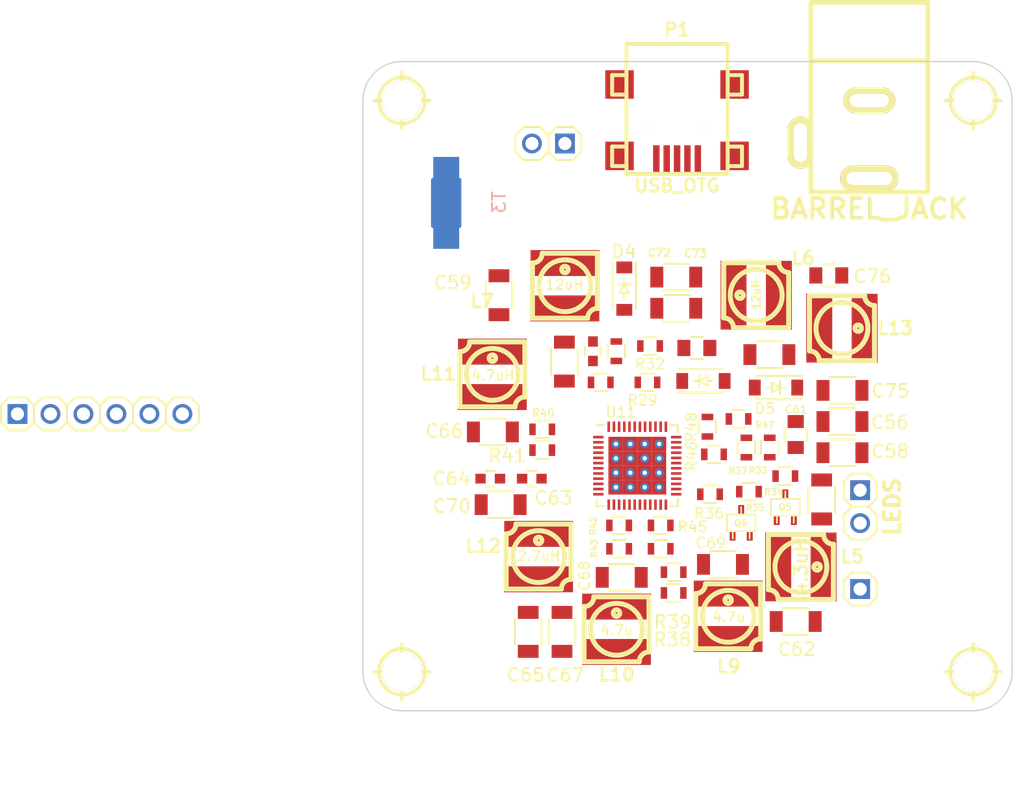
<source format=kicad_pcb>
(kicad_pcb (version 4) (host pcbnew 0.201510080347+6253~30~ubuntu15.04.1-product)

  (general
    (links 167)
    (no_connects 151)
    (area 151.219999 35.949999 201.320001 86.050001)
    (thickness 1.6)
    (drawings 10)
    (tracks 0)
    (zones 0)
    (modules 83)
    (nets 47)
  )

  (page A4)
  (layers
    (0 F.Cu signal)
    (31 B.Cu signal)
    (32 B.Adhes user)
    (33 F.Adhes user)
    (34 B.Paste user)
    (35 F.Paste user)
    (36 B.SilkS user)
    (37 F.SilkS user)
    (38 B.Mask user)
    (39 F.Mask user)
    (40 Dwgs.User user)
    (41 Cmts.User user)
    (42 Eco1.User user)
    (43 Eco2.User user)
    (44 Edge.Cuts user)
    (45 Margin user)
    (46 B.CrtYd user)
    (47 F.CrtYd user)
    (48 B.Fab user)
    (49 F.Fab user)
  )

  (setup
    (last_trace_width 0.762)
    (user_trace_width 0.1524)
    (user_trace_width 0.1524)
    (user_trace_width 0.1778)
    (user_trace_width 0.1778)
    (user_trace_width 0.2032)
    (user_trace_width 0.254)
    (user_trace_width 0.3048)
    (user_trace_width 0.381)
    (user_trace_width 0.508)
    (user_trace_width 0.762)
    (user_trace_width 1.016)
    (user_trace_width 1.27)
    (trace_clearance 0.1524)
    (zone_clearance 0.3)
    (zone_45_only no)
    (trace_min 0.1524)
    (segment_width 0.15)
    (edge_width 0.1)
    (via_size 0.604774)
    (via_drill 0.299974)
    (via_min_size 0.2032)
    (via_min_drill 0.2032)
    (user_via 0.4064 0.2032)
    (user_via 0.4318 0.1778)
    (user_via 0.604774 0.299974)
    (user_via 0.604774 0.299974)
    (user_via 0.604774 0.299974)
    (uvia_size 0.3)
    (uvia_drill 0.1)
    (uvias_allowed no)
    (uvia_min_size 0)
    (uvia_min_drill 0)
    (pcb_text_width 0.3)
    (pcb_text_size 1.5 1.5)
    (mod_edge_width 0.15)
    (mod_text_size 1 1)
    (mod_text_width 0.15)
    (pad_size 0.6858 0.6858)
    (pad_drill 0.3302)
    (pad_to_mask_clearance 0)
    (aux_axis_origin 166.27 83)
    (grid_origin 163.27 86)
    (visible_elements FFFEFF7F)
    (pcbplotparams
      (layerselection 0x0d0ff_80000001)
      (usegerberextensions false)
      (excludeedgelayer true)
      (linewidth 0.100000)
      (plotframeref false)
      (viasonmask false)
      (mode 1)
      (useauxorigin false)
      (hpglpennumber 1)
      (hpglpenspeed 20)
      (hpglpendiameter 15)
      (hpglpenoverlay 2)
      (psnegative false)
      (psa4output false)
      (plotreference true)
      (plotvalue true)
      (plotinvisibletext false)
      (padsonsilk false)
      (subtractmaskfromsilk false)
      (outputformat 1)
      (mirror false)
      (drillshape 0)
      (scaleselection 1)
      (outputdirectory ../gerber/breakout))
  )

  (net 0 "")
  (net 1 GND)
  (net 2 /u-ctrl/VOUT_CCD+)
  (net 3 /u-ctrl/VOUT_CCD-)
  (net 4 "Net-(C60-Pad1)")
  (net 5 "Net-(C63-Pad2)")
  (net 6 /u-ctrl/VBATT)
  (net 7 "Net-(D3-Pad2)")
  (net 8 "Net-(D4-Pad1)")
  (net 9 "Net-(L5-Pad2)")
  (net 10 "Net-(L9-Pad1)")
  (net 11 "Net-(L10-Pad1)")
  (net 12 "Net-(L11-Pad1)")
  (net 13 "Net-(L11-Pad2)")
  (net 14 "Net-(L12-Pad1)")
  (net 15 "Net-(L12-Pad2)")
  (net 16 GNDA)
  (net 17 "Net-(Q5-Pad2)")
  (net 18 "Net-(Q6-Pad2)")
  (net 19 "Net-(R29-Pad1)")
  (net 20 "Net-(C57-Pad1)")
  (net 21 "Net-(R30-Pad2)")
  (net 22 "Net-(R33-Pad1)")
  (net 23 "Net-(R34-Pad1)")
  (net 24 "Net-(R35-Pad1)")
  (net 25 "Net-(R36-Pad1)")
  (net 26 "Net-(R37-Pad1)")
  (net 27 "Net-(R38-Pad2)")
  (net 28 "Net-(R40-Pad2)")
  (net 29 "Net-(R42-Pad2)")
  (net 30 "Net-(R44-Pad1)")
  (net 31 /u-ctrl/EN_AFE)
  (net 32 "Net-(D5-Pad2)")
  (net 33 "Net-(R47-Pad2)")
  (net 34 /u-ctrl/V_BADJ)
  (net 35 "Net-(R46-Pad1)")
  (net 36 "Net-(P14-Pad2)")
  (net 37 "Net-(CON1-Pad3)")
  (net 38 /u-ctrl/VOUT_MOTOR_5V)
  (net 39 /u-ctrl/VOUT_MEM_1V8)
  (net 40 /u-ctrl/VOUT_CORE_1V2)
  (net 41 /u-ctrl/VOUT_AFE_3V3)
  (net 42 /u-ctrl/VOUT_IO_3V3)
  (net 43 /u-ctrl/VOUT_BACKL_5V)
  (net 44 "Net-(P1-Pad2)")
  (net 45 "Net-(P1-Pad3)")
  (net 46 "Net-(P1-Pad4)")

  (net_class Default "This is the default net class."
    (clearance 0.1524)
    (trace_width 0.254)
    (via_dia 0.604774)
    (via_drill 0.299974)
    (uvia_dia 0.3)
    (uvia_drill 0.1)
    (add_net /u-ctrl/EN_AFE)
    (add_net /u-ctrl/VBATT)
    (add_net /u-ctrl/VOUT_AFE_3V3)
    (add_net /u-ctrl/VOUT_BACKL_5V)
    (add_net /u-ctrl/VOUT_CCD+)
    (add_net /u-ctrl/VOUT_CCD-)
    (add_net /u-ctrl/VOUT_CORE_1V2)
    (add_net /u-ctrl/VOUT_IO_3V3)
    (add_net /u-ctrl/VOUT_MEM_1V8)
    (add_net /u-ctrl/VOUT_MOTOR_5V)
    (add_net /u-ctrl/V_BADJ)
    (add_net GNDA)
    (add_net "Net-(C57-Pad1)")
    (add_net "Net-(C60-Pad1)")
    (add_net "Net-(C63-Pad2)")
    (add_net "Net-(CON1-Pad3)")
    (add_net "Net-(D3-Pad2)")
    (add_net "Net-(D4-Pad1)")
    (add_net "Net-(D5-Pad2)")
    (add_net "Net-(L10-Pad1)")
    (add_net "Net-(L11-Pad1)")
    (add_net "Net-(L11-Pad2)")
    (add_net "Net-(L12-Pad1)")
    (add_net "Net-(L12-Pad2)")
    (add_net "Net-(L5-Pad2)")
    (add_net "Net-(L9-Pad1)")
    (add_net "Net-(P1-Pad2)")
    (add_net "Net-(P1-Pad3)")
    (add_net "Net-(P1-Pad4)")
    (add_net "Net-(P14-Pad2)")
    (add_net "Net-(Q5-Pad2)")
    (add_net "Net-(Q6-Pad2)")
    (add_net "Net-(R29-Pad1)")
    (add_net "Net-(R30-Pad2)")
    (add_net "Net-(R33-Pad1)")
    (add_net "Net-(R34-Pad1)")
    (add_net "Net-(R35-Pad1)")
    (add_net "Net-(R36-Pad1)")
    (add_net "Net-(R37-Pad1)")
    (add_net "Net-(R38-Pad2)")
    (add_net "Net-(R40-Pad2)")
    (add_net "Net-(R42-Pad2)")
    (add_net "Net-(R44-Pad1)")
    (add_net "Net-(R46-Pad1)")
    (add_net "Net-(R47-Pad2)")
  )

  (net_class Power ""
    (clearance 0.1524)
    (trace_width 0.508)
    (via_dia 0.604774)
    (via_drill 0.299974)
    (uvia_dia 0.3)
    (uvia_drill 0.1)
    (add_net GND)
  )

  (module engstad:via-27-13 (layer F.Cu) (tedit 55F95A32) (tstamp 55F96B64)
    (at 174.083816 67.671404)
    (fp_text reference REF**1111143 (at 0 2.75) (layer F.SilkS) hide
      (effects (font (size 1 1) (thickness 0.15)))
    )
    (fp_text value via (at 0 -2.25) (layer F.Fab) hide
      (effects (font (size 1 1) (thickness 0.15)))
    )
    (pad "" thru_hole circle (at 0 0) (size 0.6858 0.6858) (drill 0.3302) (layers *.Cu)
      (net 1 GND) (zone_connect 2))
  )

  (module engstad:via-27-13 (layer F.Cu) (tedit 55F95A32) (tstamp 55F96B60)
    (at 172.973816 67.671404)
    (fp_text reference REF**1111133 (at 0 2.75) (layer F.SilkS) hide
      (effects (font (size 1 1) (thickness 0.15)))
    )
    (fp_text value via (at 0 -2.25) (layer F.Fab) hide
      (effects (font (size 1 1) (thickness 0.15)))
    )
    (pad "" thru_hole circle (at 0 0) (size 0.6858 0.6858) (drill 0.3302) (layers *.Cu)
      (net 1 GND) (zone_connect 2))
  )

  (module engstad:via-27-13 (layer F.Cu) (tedit 55F95A32) (tstamp 55F96B5C)
    (at 171.863816 67.671404)
    (fp_text reference REF**1111123 (at 0 2.75) (layer F.SilkS) hide
      (effects (font (size 1 1) (thickness 0.15)))
    )
    (fp_text value via (at 0 -2.25) (layer F.Fab) hide
      (effects (font (size 1 1) (thickness 0.15)))
    )
    (pad "" thru_hole circle (at 0 0) (size 0.6858 0.6858) (drill 0.3302) (layers *.Cu)
      (net 1 GND) (zone_connect 2))
  )

  (module engstad:via-27-13 (layer F.Cu) (tedit 55F95A32) (tstamp 55F96B58)
    (at 170.753816 67.671404)
    (fp_text reference REF**1111113 (at 0 2.75) (layer F.SilkS) hide
      (effects (font (size 1 1) (thickness 0.15)))
    )
    (fp_text value via (at 0 -2.25) (layer F.Fab) hide
      (effects (font (size 1 1) (thickness 0.15)))
    )
    (pad "" thru_hole circle (at 0 0) (size 0.6858 0.6858) (drill 0.3302) (layers *.Cu)
      (net 1 GND) (zone_connect 2))
  )

  (module engstad:via-27-13 (layer F.Cu) (tedit 55F95A32) (tstamp 55F96B54)
    (at 174.083816 66.561404)
    (fp_text reference REF**1111142 (at 0 2.75) (layer F.SilkS) hide
      (effects (font (size 1 1) (thickness 0.15)))
    )
    (fp_text value via (at 0 -2.25) (layer F.Fab) hide
      (effects (font (size 1 1) (thickness 0.15)))
    )
    (pad "" thru_hole circle (at 0 0) (size 0.6858 0.6858) (drill 0.3302) (layers *.Cu)
      (net 1 GND) (zone_connect 2))
  )

  (module engstad:via-27-13 (layer F.Cu) (tedit 55F95A32) (tstamp 55F96B50)
    (at 172.973816 66.561404)
    (fp_text reference REF**1111132 (at 0 2.75) (layer F.SilkS) hide
      (effects (font (size 1 1) (thickness 0.15)))
    )
    (fp_text value via (at 0 -2.25) (layer F.Fab) hide
      (effects (font (size 1 1) (thickness 0.15)))
    )
    (pad "" thru_hole circle (at 0 0) (size 0.6858 0.6858) (drill 0.3302) (layers *.Cu)
      (net 1 GND) (zone_connect 2))
  )

  (module engstad:via-27-13 (layer F.Cu) (tedit 55F95A32) (tstamp 55F96B4C)
    (at 171.863816 66.561404)
    (fp_text reference REF**1111122 (at 0 2.75) (layer F.SilkS) hide
      (effects (font (size 1 1) (thickness 0.15)))
    )
    (fp_text value via (at 0 -2.25) (layer F.Fab) hide
      (effects (font (size 1 1) (thickness 0.15)))
    )
    (pad "" thru_hole circle (at 0 0) (size 0.6858 0.6858) (drill 0.3302) (layers *.Cu)
      (net 1 GND) (zone_connect 2))
  )

  (module engstad:via-27-13 (layer F.Cu) (tedit 55F95A32) (tstamp 55F96B48)
    (at 170.753816 66.561404)
    (fp_text reference REF**1111112 (at 0 2.75) (layer F.SilkS) hide
      (effects (font (size 1 1) (thickness 0.15)))
    )
    (fp_text value via (at 0 -2.25) (layer F.Fab) hide
      (effects (font (size 1 1) (thickness 0.15)))
    )
    (pad "" thru_hole circle (at 0 0) (size 0.6858 0.6858) (drill 0.3302) (layers *.Cu)
      (net 1 GND) (zone_connect 2))
  )

  (module engstad:via-27-13 (layer F.Cu) (tedit 55F95A32) (tstamp 55F96B44)
    (at 174.083816 65.451404)
    (fp_text reference REF**1111141 (at 0 2.75) (layer F.SilkS) hide
      (effects (font (size 1 1) (thickness 0.15)))
    )
    (fp_text value via (at 0 -2.25) (layer F.Fab) hide
      (effects (font (size 1 1) (thickness 0.15)))
    )
    (pad "" thru_hole circle (at 0 0) (size 0.6858 0.6858) (drill 0.3302) (layers *.Cu)
      (net 1 GND) (zone_connect 2))
  )

  (module engstad:via-27-13 (layer F.Cu) (tedit 55F95A32) (tstamp 55F96B40)
    (at 172.973816 65.451404)
    (fp_text reference REF**1111131 (at 0 2.75) (layer F.SilkS) hide
      (effects (font (size 1 1) (thickness 0.15)))
    )
    (fp_text value via (at 0 -2.25) (layer F.Fab) hide
      (effects (font (size 1 1) (thickness 0.15)))
    )
    (pad "" thru_hole circle (at 0 0) (size 0.6858 0.6858) (drill 0.3302) (layers *.Cu)
      (net 1 GND) (zone_connect 2))
  )

  (module engstad:via-27-13 (layer F.Cu) (tedit 55F95A32) (tstamp 55F96B3C)
    (at 171.863816 65.451404)
    (fp_text reference REF**1111121 (at 0 2.75) (layer F.SilkS) hide
      (effects (font (size 1 1) (thickness 0.15)))
    )
    (fp_text value via (at 0 -2.25) (layer F.Fab) hide
      (effects (font (size 1 1) (thickness 0.15)))
    )
    (pad "" thru_hole circle (at 0 0) (size 0.6858 0.6858) (drill 0.3302) (layers *.Cu)
      (net 1 GND) (zone_connect 2))
  )

  (module engstad:via-27-13 (layer F.Cu) (tedit 55F959CA) (tstamp 55FC4B2F)
    (at 174.083816 68.781404)
    (fp_text reference REF**11144 (at 0 2.75) (layer F.SilkS) hide
      (effects (font (size 1 1) (thickness 0.15)))
    )
    (fp_text value via (at 0 -2.25) (layer F.Fab) hide
      (effects (font (size 1 1) (thickness 0.15)))
    )
    (pad "" thru_hole circle (at 0 0) (size 0.6858 0.6858) (drill 0.3302) (layers *.Cu)
      (net 1 GND) (zone_connect 2))
  )

  (module engstad:via-27-13 (layer F.Cu) (tedit 55F95989) (tstamp 55FC4B2B)
    (at 172.973816 68.781404)
    (fp_text reference REF**11134 (at 0 2.75) (layer F.SilkS) hide
      (effects (font (size 1 1) (thickness 0.15)))
    )
    (fp_text value via (at 0 -2.25) (layer F.Fab) hide
      (effects (font (size 1 1) (thickness 0.15)))
    )
    (pad "" thru_hole circle (at 0 0) (size 0.6858 0.6858) (drill 0.3302) (layers *.Cu)
      (net 1 GND) (zone_connect 2))
  )

  (module engstad:via-27-13 (layer F.Cu) (tedit 55F959E4) (tstamp 55FC4B27)
    (at 171.863816 68.781404)
    (fp_text reference REF**11124 (at 0 2.75) (layer F.SilkS) hide
      (effects (font (size 1 1) (thickness 0.15)))
    )
    (fp_text value via (at 0 -2.25) (layer F.Fab) hide
      (effects (font (size 1 1) (thickness 0.15)))
    )
    (pad "" thru_hole circle (at 0 0) (size 0.6858 0.6858) (drill 0.3302) (layers *.Cu)
      (net 1 GND) (zone_connect 2))
  )

  (module engstad:via-27-13 (layer F.Cu) (tedit 55F959F1) (tstamp 55FC4B23)
    (at 170.753816 68.781404)
    (fp_text reference REF**11114 (at 0 2.75) (layer F.SilkS) hide
      (effects (font (size 1 1) (thickness 0.15)))
    )
    (fp_text value via (at 0 -2.25) (layer F.Fab) hide
      (effects (font (size 1 1) (thickness 0.15)))
    )
    (pad "" thru_hole circle (at 0 0) (size 0.6858 0.6858) (drill 0.3302) (layers *.Cu)
      (net 1 GND) (zone_connect 2))
  )

  (module w_details:hole_3mm (layer F.Cu) (tedit 55F83C93) (tstamp 55FA2004)
    (at 198.27 39)
    (descr "Hole 3mm")
    (fp_text reference hole_3mm (at 0 -3.302) (layer F.SilkS) hide
      (effects (font (thickness 0.3048)))
    )
    (fp_text value VAL** (at 5.334 0) (layer F.SilkS) hide
      (effects (font (thickness 0.3048)))
    )
    (fp_line (start 0 -2.159) (end 0 2.159) (layer F.SilkS) (width 0.254))
    (fp_line (start -2.159 0) (end 2.159 0) (layer F.SilkS) (width 0.254))
    (fp_circle (center 0 0) (end 1.778 0) (layer F.SilkS) (width 0.254))
    (pad 1 thru_hole circle (at 0 0) (size 2.99974 2.99974) (drill 2.99974) (layers *.Cu F.SilkS))
    (model ${KIWALTER3DMOD}/walter/details/hole.wrl
      (at (xyz 0 0 0))
      (scale (xyz 1 1 1))
      (rotate (xyz 0 0 0))
    )
  )

  (module w_details:hole_3mm (layer F.Cu) (tedit 55F84555) (tstamp 55FA1FF4)
    (at 154.27 39)
    (descr "Hole 3mm")
    (fp_text reference hole_3mm (at 0 -3.302) (layer F.SilkS) hide
      (effects (font (thickness 0.3048)))
    )
    (fp_text value VAL** (at -6.1242 0.7354) (layer F.SilkS) hide
      (effects (font (thickness 0.3048)))
    )
    (fp_line (start 0 -2.159) (end 0 2.159) (layer F.SilkS) (width 0.254))
    (fp_line (start -2.159 0) (end 2.159 0) (layer F.SilkS) (width 0.254))
    (fp_circle (center 0 0) (end 1.778 0) (layer F.SilkS) (width 0.254))
    (pad 1 thru_hole circle (at 0 0) (size 2.99974 2.99974) (drill 2.99974) (layers *.Cu F.SilkS))
    (model ${KIWALTER3DMOD}/walter/details/hole.wrl
      (at (xyz 0 0 0))
      (scale (xyz 1 1 1))
      (rotate (xyz 0 0 0))
    )
  )

  (module w_details:hole_3mm (layer F.Cu) (tedit 55F83F61) (tstamp 55FA1FED)
    (at 198.27 83)
    (descr "Hole 3mm")
    (fp_text reference hole_3mm (at 0 -3.302) (layer F.SilkS) hide
      (effects (font (thickness 0.3048)))
    )
    (fp_text value VAL** (at 5.334 0) (layer F.SilkS) hide
      (effects (font (thickness 0.3048)))
    )
    (fp_line (start 0 -2.159) (end 0 2.159) (layer F.SilkS) (width 0.254))
    (fp_line (start -2.159 0) (end 2.159 0) (layer F.SilkS) (width 0.254))
    (fp_circle (center 0 0) (end 1.778 0) (layer F.SilkS) (width 0.254))
    (pad 1 thru_hole circle (at 0 0) (size 2.99974 2.99974) (drill 2.99974) (layers *.Cu F.SilkS))
    (model ${KIWALTER3DMOD}/walter/details/hole.wrl
      (at (xyz 0 0 0))
      (scale (xyz 1 1 1))
      (rotate (xyz 0 0 0))
    )
  )

  (module w_smd_inductors:inductor_smd_4.8x2.8mm (layer F.Cu) (tedit 561C85E5) (tstamp 55F7CDCA)
    (at 170.799816 79.725404)
    (descr "Inductor SMD, d.4.8mm x h.2.8mm")
    (path /55E85005/55E9A4F9)
    (fp_text reference L10 (at 0.016 3.494) (layer F.SilkS)
      (effects (font (size 0.99822 0.99822) (thickness 0.19812)))
    )
    (fp_text value 4.7u (at 0.016 0.065) (layer F.SilkS)
      (effects (font (size 0.762 0.762) (thickness 0.127)))
    )
    (fp_circle (center 0 -1.24968) (end 0 -1.00076) (layer F.SilkS) (width 0.381))
    (fp_line (start -1.75006 -2.49936) (end 2.49936 -2.49936) (layer F.SilkS) (width 0.381))
    (fp_line (start 2.49936 -2.49936) (end 2.49936 1.75006) (layer F.SilkS) (width 0.381))
    (fp_line (start 1.75006 2.49936) (end -2.49936 2.49936) (layer F.SilkS) (width 0.381))
    (fp_line (start -2.49936 2.49936) (end -2.49936 -1.75006) (layer F.SilkS) (width 0.381))
    (fp_arc (start 2.49936 2.49936) (end 1.75006 2.49936) (angle 90) (layer F.SilkS) (width 0.381))
    (fp_arc (start -2.49936 -2.49936) (end -1.75006 -2.49936) (angle 90) (layer F.SilkS) (width 0.381))
    (fp_circle (center 0 0) (end -1.99898 0) (layer F.SilkS) (width 0.381))
    (pad 1 smd rect (at 0 -1.74752) (size 5.2959 1.99898) (layers F.Cu F.Paste F.Mask)
      (net 11 "Net-(L10-Pad1)"))
    (pad 2 smd rect (at 0 1.74752) (size 5.2959 1.99898) (layers F.Cu F.Paste F.Mask)
      (net 40 /u-ctrl/VOUT_CORE_1V2))
    (model ${KIWALTER3DMOD}/walter/smd_inductors/inductor_smd_4.8x2.8mm.wrl
      (at (xyz 0 0 0))
      (scale (xyz 1 1 1))
      (rotate (xyz 0 0 0))
    )
  )

  (module Resistors_SMD:R_0603 (layer F.Cu) (tedit 55F83FAC) (tstamp 55F7D298)
    (at 170.999816 71.725404)
    (descr "Resistor SMD 0603, reflow soldering, Vishay (see dcrcw.pdf)")
    (tags "resistor 0603")
    (path /55E85005/55E99503)
    (attr smd)
    (fp_text reference R42 (at -1.9874 0.0386 90) (layer F.SilkS)
      (effects (font (size 0.5 0.5) (thickness 0.1)))
    )
    (fp_text value 5.6k (at 0 1.9) (layer F.Fab)
      (effects (font (size 1 1) (thickness 0.15)))
    )
    (fp_line (start -1.3 -0.8) (end 1.3 -0.8) (layer F.CrtYd) (width 0.05))
    (fp_line (start -1.3 0.8) (end 1.3 0.8) (layer F.CrtYd) (width 0.05))
    (fp_line (start -1.3 -0.8) (end -1.3 0.8) (layer F.CrtYd) (width 0.05))
    (fp_line (start 1.3 -0.8) (end 1.3 0.8) (layer F.CrtYd) (width 0.05))
    (fp_line (start 0.5 0.675) (end -0.5 0.675) (layer F.SilkS) (width 0.15))
    (fp_line (start -0.5 -0.675) (end 0.5 -0.675) (layer F.SilkS) (width 0.15))
    (pad 1 smd rect (at -0.75 0) (size 0.5 0.9) (layers F.Cu F.Paste F.Mask)
      (net 42 /u-ctrl/VOUT_IO_3V3))
    (pad 2 smd rect (at 0.75 0) (size 0.5 0.9) (layers F.Cu F.Paste F.Mask)
      (net 29 "Net-(R42-Pad2)"))
    (model Resistors_SMD.3dshapes/R_0603.wrl
      (at (xyz 0 0 0))
      (scale (xyz 1 1 1))
      (rotate (xyz 0 0 0))
    )
  )

  (module Capacitors_SMD:C_1206 (layer F.Cu) (tedit 55F83EF7) (tstamp 55F7CB45)
    (at 182.574 58.568)
    (descr "Capacitor SMD 1206, reflow soldering, AVX (see smccp.pdf)")
    (tags "capacitor 1206")
    (path /55E85005/55E9DE23)
    (attr smd)
    (fp_text reference C55 (at 0 -0.036 90) (layer F.SilkS) hide
      (effects (font (size 1 1) (thickness 0.15)))
    )
    (fp_text value 10uF (at 0 2.3) (layer F.Fab)
      (effects (font (size 1 1) (thickness 0.15)))
    )
    (fp_line (start -2.3 -1.15) (end 2.3 -1.15) (layer F.CrtYd) (width 0.05))
    (fp_line (start -2.3 1.15) (end 2.3 1.15) (layer F.CrtYd) (width 0.05))
    (fp_line (start -2.3 -1.15) (end -2.3 1.15) (layer F.CrtYd) (width 0.05))
    (fp_line (start 2.3 -1.15) (end 2.3 1.15) (layer F.CrtYd) (width 0.05))
    (fp_line (start 1 -1.025) (end -1 -1.025) (layer F.SilkS) (width 0.15))
    (fp_line (start -1 1.025) (end 1 1.025) (layer F.SilkS) (width 0.15))
    (pad 1 smd rect (at -1.5 0) (size 1 1.6) (layers F.Cu F.Paste F.Mask)
      (net 2 /u-ctrl/VOUT_CCD+))
    (pad 2 smd rect (at 1.5 0) (size 1 1.6) (layers F.Cu F.Paste F.Mask)
      (net 1 GND))
    (model Capacitors_SMD.3dshapes/C_1206.wrl
      (at (xyz 0 0 0))
      (scale (xyz 1 1 1))
      (rotate (xyz 0 0 0))
    )
  )

  (module Capacitors_SMD:C_1206 (layer F.Cu) (tedit 5415D7BD) (tstamp 55F7CB51)
    (at 188.199816 63.725404)
    (descr "Capacitor SMD 1206, reflow soldering, AVX (see smccp.pdf)")
    (tags "capacitor 1206")
    (path /55E85005/55EAEA61)
    (attr smd)
    (fp_text reference C56 (at 3.6472 0.063) (layer F.SilkS)
      (effects (font (size 1 1) (thickness 0.15)))
    )
    (fp_text value 10uF (at 0 2.3) (layer F.Fab)
      (effects (font (size 1 1) (thickness 0.15)))
    )
    (fp_line (start -2.3 -1.15) (end 2.3 -1.15) (layer F.CrtYd) (width 0.05))
    (fp_line (start -2.3 1.15) (end 2.3 1.15) (layer F.CrtYd) (width 0.05))
    (fp_line (start -2.3 -1.15) (end -2.3 1.15) (layer F.CrtYd) (width 0.05))
    (fp_line (start 2.3 -1.15) (end 2.3 1.15) (layer F.CrtYd) (width 0.05))
    (fp_line (start 1 -1.025) (end -1 -1.025) (layer F.SilkS) (width 0.15))
    (fp_line (start -1 1.025) (end 1 1.025) (layer F.SilkS) (width 0.15))
    (pad 1 smd rect (at -1.5 0) (size 1 1.6) (layers F.Cu F.Paste F.Mask)
      (net 38 /u-ctrl/VOUT_MOTOR_5V))
    (pad 2 smd rect (at 1.5 0) (size 1 1.6) (layers F.Cu F.Paste F.Mask)
      (net 1 GND))
    (model Capacitors_SMD.3dshapes/C_1206.wrl
      (at (xyz 0 0 0))
      (scale (xyz 1 1 1))
      (rotate (xyz 0 0 0))
    )
  )

  (module Capacitors_SMD:C_1206 (layer F.Cu) (tedit 5415D7BD) (tstamp 55F7CB5D)
    (at 188.199816 66.125404)
    (descr "Capacitor SMD 1206, reflow soldering, AVX (see smccp.pdf)")
    (tags "capacitor 1206")
    (path /55E85005/55EBAD96)
    (attr smd)
    (fp_text reference C58 (at 3.6726 -0.1018) (layer F.SilkS)
      (effects (font (size 1 1) (thickness 0.15)))
    )
    (fp_text value 10uF (at 0 2.3) (layer F.Fab)
      (effects (font (size 1 1) (thickness 0.15)))
    )
    (fp_line (start -2.3 -1.15) (end 2.3 -1.15) (layer F.CrtYd) (width 0.05))
    (fp_line (start -2.3 1.15) (end 2.3 1.15) (layer F.CrtYd) (width 0.05))
    (fp_line (start -2.3 -1.15) (end -2.3 1.15) (layer F.CrtYd) (width 0.05))
    (fp_line (start 2.3 -1.15) (end 2.3 1.15) (layer F.CrtYd) (width 0.05))
    (fp_line (start 1 -1.025) (end -1 -1.025) (layer F.SilkS) (width 0.15))
    (fp_line (start -1 1.025) (end 1 1.025) (layer F.SilkS) (width 0.15))
    (pad 1 smd rect (at -1.5 0) (size 1 1.6) (layers F.Cu F.Paste F.Mask)
      (net 38 /u-ctrl/VOUT_MOTOR_5V))
    (pad 2 smd rect (at 1.5 0) (size 1 1.6) (layers F.Cu F.Paste F.Mask)
      (net 1 GND))
    (model Capacitors_SMD.3dshapes/C_1206.wrl
      (at (xyz 0 0 0))
      (scale (xyz 1 1 1))
      (rotate (xyz 0 0 0))
    )
  )

  (module Capacitors_SMD:C_1206 (layer F.Cu) (tedit 5415D7BD) (tstamp 55F7CB69)
    (at 161.746 53.996 270)
    (descr "Capacitor SMD 1206, reflow soldering, AVX (see smccp.pdf)")
    (tags "capacitor 1206")
    (path /55E85005/55E9C75C)
    (attr smd)
    (fp_text reference C59 (at -0.974 3.546 360) (layer F.SilkS)
      (effects (font (size 1 1) (thickness 0.15)))
    )
    (fp_text value 10u (at 0.1412 -0.0786 270) (layer F.Fab)
      (effects (font (size 1 1) (thickness 0.15)))
    )
    (fp_line (start -2.3 -1.15) (end 2.3 -1.15) (layer F.CrtYd) (width 0.05))
    (fp_line (start -2.3 1.15) (end 2.3 1.15) (layer F.CrtYd) (width 0.05))
    (fp_line (start -2.3 -1.15) (end -2.3 1.15) (layer F.CrtYd) (width 0.05))
    (fp_line (start 2.3 -1.15) (end 2.3 1.15) (layer F.CrtYd) (width 0.05))
    (fp_line (start 1 -1.025) (end -1 -1.025) (layer F.SilkS) (width 0.15))
    (fp_line (start -1 1.025) (end 1 1.025) (layer F.SilkS) (width 0.15))
    (pad 1 smd rect (at -1.5 0 270) (size 1 1.6) (layers F.Cu F.Paste F.Mask)
      (net 3 /u-ctrl/VOUT_CCD-))
    (pad 2 smd rect (at 1.5 0 270) (size 1 1.6) (layers F.Cu F.Paste F.Mask)
      (net 1 GND))
    (model Capacitors_SMD.3dshapes/C_1206.wrl
      (at (xyz 0 0 0))
      (scale (xyz 1 1 1))
      (rotate (xyz 0 0 0))
    )
  )

  (module Capacitors_SMD:C_0805 (layer F.Cu) (tedit 55F84C20) (tstamp 55F7CB75)
    (at 176.986 58.06)
    (descr "Capacitor SMD 0805, reflow soldering, AVX (see smccp.pdf)")
    (tags "capacitor 0805")
    (path /55E85005/55E9D37F)
    (attr smd)
    (fp_text reference C60 (at 0 -2.1) (layer F.SilkS) hide
      (effects (font (size 1 1) (thickness 0.15)))
    )
    (fp_text value 3.3uF (at 0 2.1) (layer F.Fab)
      (effects (font (size 1 1) (thickness 0.15)))
    )
    (fp_line (start -1.8 -1) (end 1.8 -1) (layer F.CrtYd) (width 0.05))
    (fp_line (start -1.8 1) (end 1.8 1) (layer F.CrtYd) (width 0.05))
    (fp_line (start -1.8 -1) (end -1.8 1) (layer F.CrtYd) (width 0.05))
    (fp_line (start 1.8 -1) (end 1.8 1) (layer F.CrtYd) (width 0.05))
    (fp_line (start 0.5 -0.85) (end -0.5 -0.85) (layer F.SilkS) (width 0.15))
    (fp_line (start -0.5 0.85) (end 0.5 0.85) (layer F.SilkS) (width 0.15))
    (pad 1 smd rect (at -1 0) (size 1 1.25) (layers F.Cu F.Paste F.Mask)
      (net 4 "Net-(C60-Pad1)"))
    (pad 2 smd rect (at 1 0) (size 1 1.25) (layers F.Cu F.Paste F.Mask)
      (net 1 GND))
    (model Capacitors_SMD.3dshapes/C_0805.wrl
      (at (xyz 0 0 0))
      (scale (xyz 1 1 1))
      (rotate (xyz 0 0 0))
    )
  )

  (module Capacitors_SMD:C_0805 (layer F.Cu) (tedit 55F83CF8) (tstamp 55F7CB81)
    (at 184.599816 64.725404 270)
    (descr "Capacitor SMD 0805, reflow soldering, AVX (see smccp.pdf)")
    (tags "capacitor 0805")
    (path /55E85005/55EAEFEC)
    (attr smd)
    (fp_text reference C61 (at -1.9276 -0.0336 360) (layer F.SilkS)
      (effects (font (size 0.6 0.6) (thickness 0.1)))
    )
    (fp_text value 4.7u (at 0 2.1 270) (layer F.Fab)
      (effects (font (size 1 1) (thickness 0.15)))
    )
    (fp_line (start -1.8 -1) (end 1.8 -1) (layer F.CrtYd) (width 0.05))
    (fp_line (start -1.8 1) (end 1.8 1) (layer F.CrtYd) (width 0.05))
    (fp_line (start -1.8 -1) (end -1.8 1) (layer F.CrtYd) (width 0.05))
    (fp_line (start 1.8 -1) (end 1.8 1) (layer F.CrtYd) (width 0.05))
    (fp_line (start 0.5 -0.85) (end -0.5 -0.85) (layer F.SilkS) (width 0.15))
    (fp_line (start -0.5 0.85) (end 0.5 0.85) (layer F.SilkS) (width 0.15))
    (pad 1 smd rect (at -1 0 270) (size 1 1.25) (layers F.Cu F.Paste F.Mask)
      (net 38 /u-ctrl/VOUT_MOTOR_5V))
    (pad 2 smd rect (at 1 0 270) (size 1 1.25) (layers F.Cu F.Paste F.Mask)
      (net 1 GND))
    (model Capacitors_SMD.3dshapes/C_0805.wrl
      (at (xyz 0 0 0))
      (scale (xyz 1 1 1))
      (rotate (xyz 0 0 0))
    )
  )

  (module Capacitors_SMD:C_1206 (layer F.Cu) (tedit 5415D7BD) (tstamp 55F7CB8D)
    (at 184.599816 79.125404)
    (descr "Capacitor SMD 1206, reflow soldering, AVX (see smccp.pdf)")
    (tags "capacitor 1206")
    (path /55E85005/55EA30A1)
    (attr smd)
    (fp_text reference C62 (at 0.0844 2.1382) (layer F.SilkS)
      (effects (font (size 1 1) (thickness 0.15)))
    )
    (fp_text value 10.0u (at 0 2.3) (layer F.Fab)
      (effects (font (size 1 1) (thickness 0.15)))
    )
    (fp_line (start -2.3 -1.15) (end 2.3 -1.15) (layer F.CrtYd) (width 0.05))
    (fp_line (start -2.3 1.15) (end 2.3 1.15) (layer F.CrtYd) (width 0.05))
    (fp_line (start -2.3 -1.15) (end -2.3 1.15) (layer F.CrtYd) (width 0.05))
    (fp_line (start 2.3 -1.15) (end 2.3 1.15) (layer F.CrtYd) (width 0.05))
    (fp_line (start 1 -1.025) (end -1 -1.025) (layer F.SilkS) (width 0.15))
    (fp_line (start -1 1.025) (end 1 1.025) (layer F.SilkS) (width 0.15))
    (pad 1 smd rect (at -1.5 0) (size 1 1.6) (layers F.Cu F.Paste F.Mask)
      (net 39 /u-ctrl/VOUT_MEM_1V8))
    (pad 2 smd rect (at 1.5 0) (size 1 1.6) (layers F.Cu F.Paste F.Mask)
      (net 1 GND))
    (model Capacitors_SMD.3dshapes/C_1206.wrl
      (at (xyz 0 0 0))
      (scale (xyz 1 1 1))
      (rotate (xyz 0 0 0))
    )
  )

  (module Capacitors_SMD:C_0603 (layer F.Cu) (tedit 5415D631) (tstamp 55F7CB99)
    (at 164.275816 68.125404)
    (descr "Capacitor SMD 0603, reflow soldering, AVX (see smccp.pdf)")
    (tags "capacitor 0603")
    (path /55E85005/55E98F0B)
    (attr smd)
    (fp_text reference C63 (at 1.6632 1.4796) (layer F.SilkS)
      (effects (font (size 1 1) (thickness 0.15)))
    )
    (fp_text value 0.1u (at 0 1.9) (layer F.Fab)
      (effects (font (size 1 1) (thickness 0.15)))
    )
    (fp_line (start -1.45 -0.75) (end 1.45 -0.75) (layer F.CrtYd) (width 0.05))
    (fp_line (start -1.45 0.75) (end 1.45 0.75) (layer F.CrtYd) (width 0.05))
    (fp_line (start -1.45 -0.75) (end -1.45 0.75) (layer F.CrtYd) (width 0.05))
    (fp_line (start 1.45 -0.75) (end 1.45 0.75) (layer F.CrtYd) (width 0.05))
    (fp_line (start -0.35 -0.6) (end 0.35 -0.6) (layer F.SilkS) (width 0.15))
    (fp_line (start 0.35 0.6) (end -0.35 0.6) (layer F.SilkS) (width 0.15))
    (pad 1 smd rect (at -0.75 0) (size 0.8 0.75) (layers F.Cu F.Paste F.Mask)
      (net 1 GND))
    (pad 2 smd rect (at 0.75 0) (size 0.8 0.75) (layers F.Cu F.Paste F.Mask)
      (net 5 "Net-(C63-Pad2)"))
    (model Capacitors_SMD.3dshapes/C_0603.wrl
      (at (xyz 0 0 0))
      (scale (xyz 1 1 1))
      (rotate (xyz 0 0 0))
    )
  )

  (module Capacitors_SMD:C_0603 (layer F.Cu) (tedit 5415D631) (tstamp 55F7CBA5)
    (at 161.075816 68.125404 180)
    (descr "Capacitor SMD 0603, reflow soldering, AVX (see smccp.pdf)")
    (tags "capacitor 0603")
    (path /55E85005/55E99C3C)
    (attr smd)
    (fp_text reference C64 (at 2.9854 -0.0064 180) (layer F.SilkS)
      (effects (font (size 1 1) (thickness 0.15)))
    )
    (fp_text value 0.1u (at 0 1.9 180) (layer F.Fab)
      (effects (font (size 1 1) (thickness 0.15)))
    )
    (fp_line (start -1.45 -0.75) (end 1.45 -0.75) (layer F.CrtYd) (width 0.05))
    (fp_line (start -1.45 0.75) (end 1.45 0.75) (layer F.CrtYd) (width 0.05))
    (fp_line (start -1.45 -0.75) (end -1.45 0.75) (layer F.CrtYd) (width 0.05))
    (fp_line (start 1.45 -0.75) (end 1.45 0.75) (layer F.CrtYd) (width 0.05))
    (fp_line (start -0.35 -0.6) (end 0.35 -0.6) (layer F.SilkS) (width 0.15))
    (fp_line (start 0.35 0.6) (end -0.35 0.6) (layer F.SilkS) (width 0.15))
    (pad 1 smd rect (at -0.75 0 180) (size 0.8 0.75) (layers F.Cu F.Paste F.Mask)
      (net 1 GND))
    (pad 2 smd rect (at 0.75 0 180) (size 0.8 0.75) (layers F.Cu F.Paste F.Mask)
      (net 31 /u-ctrl/EN_AFE))
    (model Capacitors_SMD.3dshapes/C_0603.wrl
      (at (xyz 0 0 0))
      (scale (xyz 1 1 1))
      (rotate (xyz 0 0 0))
    )
  )

  (module Capacitors_SMD:C_1206 (layer F.Cu) (tedit 5415D7BD) (tstamp 55F7CBB1)
    (at 163.999816 79.925404 270)
    (descr "Capacitor SMD 1206, reflow soldering, AVX (see smccp.pdf)")
    (tags "capacitor 1206")
    (path /55E85005/55E9A592)
    (attr smd)
    (fp_text reference C65 (at 3.3194 0.1944 360) (layer F.SilkS)
      (effects (font (size 1 1) (thickness 0.15)))
    )
    (fp_text value 10.0u (at 0 2.3 270) (layer F.Fab)
      (effects (font (size 1 1) (thickness 0.15)))
    )
    (fp_line (start -2.3 -1.15) (end 2.3 -1.15) (layer F.CrtYd) (width 0.05))
    (fp_line (start -2.3 1.15) (end 2.3 1.15) (layer F.CrtYd) (width 0.05))
    (fp_line (start -2.3 -1.15) (end -2.3 1.15) (layer F.CrtYd) (width 0.05))
    (fp_line (start 2.3 -1.15) (end 2.3 1.15) (layer F.CrtYd) (width 0.05))
    (fp_line (start 1 -1.025) (end -1 -1.025) (layer F.SilkS) (width 0.15))
    (fp_line (start -1 1.025) (end 1 1.025) (layer F.SilkS) (width 0.15))
    (pad 1 smd rect (at -1.5 0 270) (size 1 1.6) (layers F.Cu F.Paste F.Mask)
      (net 40 /u-ctrl/VOUT_CORE_1V2))
    (pad 2 smd rect (at 1.5 0 270) (size 1 1.6) (layers F.Cu F.Paste F.Mask)
      (net 1 GND))
    (model Capacitors_SMD.3dshapes/C_1206.wrl
      (at (xyz 0 0 0))
      (scale (xyz 1 1 1))
      (rotate (xyz 0 0 0))
    )
  )

  (module Capacitors_SMD:C_1206 (layer F.Cu) (tedit 5415D7BD) (tstamp 55F7CBBD)
    (at 161.275816 64.525404 180)
    (descr "Capacitor SMD 1206, reflow soldering, AVX (see smccp.pdf)")
    (tags "capacitor 1206")
    (path /55E85005/55EA4E2E)
    (attr smd)
    (fp_text reference C66 (at 3.7442 0.0512 180) (layer F.SilkS)
      (effects (font (size 1 1) (thickness 0.15)))
    )
    (fp_text value 47.0u (at 0 2.3 180) (layer F.Fab)
      (effects (font (size 1 1) (thickness 0.15)))
    )
    (fp_line (start -2.3 -1.15) (end 2.3 -1.15) (layer F.CrtYd) (width 0.05))
    (fp_line (start -2.3 1.15) (end 2.3 1.15) (layer F.CrtYd) (width 0.05))
    (fp_line (start -2.3 -1.15) (end -2.3 1.15) (layer F.CrtYd) (width 0.05))
    (fp_line (start 2.3 -1.15) (end 2.3 1.15) (layer F.CrtYd) (width 0.05))
    (fp_line (start 1 -1.025) (end -1 -1.025) (layer F.SilkS) (width 0.15))
    (fp_line (start -1 1.025) (end 1 1.025) (layer F.SilkS) (width 0.15))
    (pad 1 smd rect (at -1.5 0 180) (size 1 1.6) (layers F.Cu F.Paste F.Mask)
      (net 41 /u-ctrl/VOUT_AFE_3V3))
    (pad 2 smd rect (at 1.5 0 180) (size 1 1.6) (layers F.Cu F.Paste F.Mask)
      (net 1 GND))
    (model Capacitors_SMD.3dshapes/C_1206.wrl
      (at (xyz 0 0 0))
      (scale (xyz 1 1 1))
      (rotate (xyz 0 0 0))
    )
  )

  (module Capacitors_SMD:C_1206 (layer F.Cu) (tedit 5415D7BD) (tstamp 55F7CBC9)
    (at 166.599816 79.925404 270)
    (descr "Capacitor SMD 1206, reflow soldering, AVX (see smccp.pdf)")
    (tags "capacitor 1206")
    (path /55E85005/55E994F5)
    (attr smd)
    (fp_text reference C67 (at 3.3448 -0.2536 360) (layer F.SilkS)
      (effects (font (size 1 1) (thickness 0.15)))
    )
    (fp_text value 47.0u (at 0 2.3 270) (layer F.Fab)
      (effects (font (size 1 1) (thickness 0.15)))
    )
    (fp_line (start -2.3 -1.15) (end 2.3 -1.15) (layer F.CrtYd) (width 0.05))
    (fp_line (start -2.3 1.15) (end 2.3 1.15) (layer F.CrtYd) (width 0.05))
    (fp_line (start -2.3 -1.15) (end -2.3 1.15) (layer F.CrtYd) (width 0.05))
    (fp_line (start 2.3 -1.15) (end 2.3 1.15) (layer F.CrtYd) (width 0.05))
    (fp_line (start 1 -1.025) (end -1 -1.025) (layer F.SilkS) (width 0.15))
    (fp_line (start -1 1.025) (end 1 1.025) (layer F.SilkS) (width 0.15))
    (pad 1 smd rect (at -1.5 0 270) (size 1 1.6) (layers F.Cu F.Paste F.Mask)
      (net 42 /u-ctrl/VOUT_IO_3V3))
    (pad 2 smd rect (at 1.5 0 270) (size 1 1.6) (layers F.Cu F.Paste F.Mask)
      (net 1 GND))
    (model Capacitors_SMD.3dshapes/C_1206.wrl
      (at (xyz 0 0 0))
      (scale (xyz 1 1 1))
      (rotate (xyz 0 0 0))
    )
  )

  (module Capacitors_SMD:C_1206 (layer F.Cu) (tedit 55F83F95) (tstamp 55F7CBD5)
    (at 171.199816 75.725404 180)
    (descr "Capacitor SMD 1206, reflow soldering, AVX (see smccp.pdf)")
    (tags "capacitor 1206")
    (path /55E85005/55E98C6F)
    (attr smd)
    (fp_text reference C68 (at 2.8732 0.126 270) (layer F.SilkS)
      (effects (font (size 0.8 0.8) (thickness 0.12)))
    )
    (fp_text value 22u (at 0 2.3 180) (layer F.Fab)
      (effects (font (size 1 1) (thickness 0.15)))
    )
    (fp_line (start -2.3 -1.15) (end 2.3 -1.15) (layer F.CrtYd) (width 0.05))
    (fp_line (start -2.3 1.15) (end 2.3 1.15) (layer F.CrtYd) (width 0.05))
    (fp_line (start -2.3 -1.15) (end -2.3 1.15) (layer F.CrtYd) (width 0.05))
    (fp_line (start 2.3 -1.15) (end 2.3 1.15) (layer F.CrtYd) (width 0.05))
    (fp_line (start 1 -1.025) (end -1 -1.025) (layer F.SilkS) (width 0.15))
    (fp_line (start -1 1.025) (end 1 1.025) (layer F.SilkS) (width 0.15))
    (pad 1 smd rect (at -1.5 0 180) (size 1 1.6) (layers F.Cu F.Paste F.Mask)
      (net 6 /u-ctrl/VBATT))
    (pad 2 smd rect (at 1.5 0 180) (size 1 1.6) (layers F.Cu F.Paste F.Mask)
      (net 1 GND))
    (model Capacitors_SMD.3dshapes/C_1206.wrl
      (at (xyz 0 0 0))
      (scale (xyz 1 1 1))
      (rotate (xyz 0 0 0))
    )
  )

  (module Capacitors_SMD:C_1206 (layer F.Cu) (tedit 55F83EDD) (tstamp 55F7CBE1)
    (at 178.999816 74.725404)
    (descr "Capacitor SMD 1206, reflow soldering, AVX (see smccp.pdf)")
    (tags "capacitor 1206")
    (path /55E85005/55EA1BC9)
    (attr smd)
    (fp_text reference C69 (at -0.945 -1.6406) (layer F.SilkS)
      (effects (font (size 0.8 0.8) (thickness 0.12)))
    )
    (fp_text value 22u (at 0 2.3) (layer F.Fab)
      (effects (font (size 1 1) (thickness 0.15)))
    )
    (fp_line (start -2.3 -1.15) (end 2.3 -1.15) (layer F.CrtYd) (width 0.05))
    (fp_line (start -2.3 1.15) (end 2.3 1.15) (layer F.CrtYd) (width 0.05))
    (fp_line (start -2.3 -1.15) (end -2.3 1.15) (layer F.CrtYd) (width 0.05))
    (fp_line (start 2.3 -1.15) (end 2.3 1.15) (layer F.CrtYd) (width 0.05))
    (fp_line (start 1 -1.025) (end -1 -1.025) (layer F.SilkS) (width 0.15))
    (fp_line (start -1 1.025) (end 1 1.025) (layer F.SilkS) (width 0.15))
    (pad 1 smd rect (at -1.5 0) (size 1 1.6) (layers F.Cu F.Paste F.Mask)
      (net 6 /u-ctrl/VBATT))
    (pad 2 smd rect (at 1.5 0) (size 1 1.6) (layers F.Cu F.Paste F.Mask)
      (net 1 GND))
    (model Capacitors_SMD.3dshapes/C_1206.wrl
      (at (xyz 0 0 0))
      (scale (xyz 1 1 1))
      (rotate (xyz 0 0 0))
    )
  )

  (module Capacitors_SMD:C_1206 (layer F.Cu) (tedit 5415D7BD) (tstamp 55F7CBED)
    (at 161.875816 70.125404 180)
    (descr "Capacitor SMD 1206, reflow soldering, AVX (see smccp.pdf)")
    (tags "capacitor 1206")
    (path /55E85005/55EA3DE1)
    (attr smd)
    (fp_text reference C70 (at 3.76 -0.1146 180) (layer F.SilkS)
      (effects (font (size 1 1) (thickness 0.15)))
    )
    (fp_text value 22u (at 0 2.3 180) (layer F.Fab)
      (effects (font (size 1 1) (thickness 0.15)))
    )
    (fp_line (start -2.3 -1.15) (end 2.3 -1.15) (layer F.CrtYd) (width 0.05))
    (fp_line (start -2.3 1.15) (end 2.3 1.15) (layer F.CrtYd) (width 0.05))
    (fp_line (start -2.3 -1.15) (end -2.3 1.15) (layer F.CrtYd) (width 0.05))
    (fp_line (start 2.3 -1.15) (end 2.3 1.15) (layer F.CrtYd) (width 0.05))
    (fp_line (start 1 -1.025) (end -1 -1.025) (layer F.SilkS) (width 0.15))
    (fp_line (start -1 1.025) (end 1 1.025) (layer F.SilkS) (width 0.15))
    (pad 1 smd rect (at -1.5 0 180) (size 1 1.6) (layers F.Cu F.Paste F.Mask)
      (net 6 /u-ctrl/VBATT))
    (pad 2 smd rect (at 1.5 0 180) (size 1 1.6) (layers F.Cu F.Paste F.Mask)
      (net 1 GND))
    (model Capacitors_SMD.3dshapes/C_1206.wrl
      (at (xyz 0 0 0))
      (scale (xyz 1 1 1))
      (rotate (xyz 0 0 0))
    )
  )

  (module Capacitors_SMD:C_1206 (layer F.Cu) (tedit 55F8419F) (tstamp 55F7CBF9)
    (at 166.783816 59.109404 90)
    (descr "Capacitor SMD 1206, reflow soldering, AVX (see smccp.pdf)")
    (tags "capacitor 1206")
    (path /55E85005/55EA3F40)
    (attr smd)
    (fp_text reference C71 (at 0.9598 -1.302 90) (layer F.SilkS) hide
      (effects (font (size 1 1) (thickness 0.15)))
    )
    (fp_text value 22u (at 0 2.3 90) (layer F.Fab)
      (effects (font (size 1 1) (thickness 0.15)))
    )
    (fp_line (start -2.3 -1.15) (end 2.3 -1.15) (layer F.CrtYd) (width 0.05))
    (fp_line (start -2.3 1.15) (end 2.3 1.15) (layer F.CrtYd) (width 0.05))
    (fp_line (start -2.3 -1.15) (end -2.3 1.15) (layer F.CrtYd) (width 0.05))
    (fp_line (start 2.3 -1.15) (end 2.3 1.15) (layer F.CrtYd) (width 0.05))
    (fp_line (start 1 -1.025) (end -1 -1.025) (layer F.SilkS) (width 0.15))
    (fp_line (start -1 1.025) (end 1 1.025) (layer F.SilkS) (width 0.15))
    (pad 1 smd rect (at -1.5 0 90) (size 1 1.6) (layers F.Cu F.Paste F.Mask)
      (net 6 /u-ctrl/VBATT))
    (pad 2 smd rect (at 1.5 0 90) (size 1 1.6) (layers F.Cu F.Paste F.Mask)
      (net 1 GND))
    (model Capacitors_SMD.3dshapes/C_1206.wrl
      (at (xyz 0 0 0))
      (scale (xyz 1 1 1))
      (rotate (xyz 0 0 0))
    )
  )

  (module Capacitors_SMD:C_1206 (layer F.Cu) (tedit 55F83C76) (tstamp 55F7CC05)
    (at 175.399816 52.601404)
    (descr "Capacitor SMD 1206, reflow soldering, AVX (see smccp.pdf)")
    (tags "capacitor 1206")
    (path /55E85005/55E9CC9B)
    (attr smd)
    (fp_text reference C72 (at -1.3074 -1.8686) (layer F.SilkS)
      (effects (font (size 0.6 0.6) (thickness 0.15)))
    )
    (fp_text value 10uF (at 0 2.3) (layer F.Fab)
      (effects (font (size 1 1) (thickness 0.15)))
    )
    (fp_line (start -2.3 -1.15) (end 2.3 -1.15) (layer F.CrtYd) (width 0.05))
    (fp_line (start -2.3 1.15) (end 2.3 1.15) (layer F.CrtYd) (width 0.05))
    (fp_line (start -2.3 -1.15) (end -2.3 1.15) (layer F.CrtYd) (width 0.05))
    (fp_line (start 2.3 -1.15) (end 2.3 1.15) (layer F.CrtYd) (width 0.05))
    (fp_line (start 1 -1.025) (end -1 -1.025) (layer F.SilkS) (width 0.15))
    (fp_line (start -1 1.025) (end 1 1.025) (layer F.SilkS) (width 0.15))
    (pad 1 smd rect (at -1.5 0) (size 1 1.6) (layers F.Cu F.Paste F.Mask)
      (net 6 /u-ctrl/VBATT))
    (pad 2 smd rect (at 1.5 0) (size 1 1.6) (layers F.Cu F.Paste F.Mask)
      (net 1 GND))
    (model Capacitors_SMD.3dshapes/C_1206.wrl
      (at (xyz 0 0 0))
      (scale (xyz 1 1 1))
      (rotate (xyz 0 0 0))
    )
  )

  (module Capacitors_SMD:C_1206 (layer F.Cu) (tedit 55F83C7B) (tstamp 55F7CC11)
    (at 175.399816 55.001404)
    (descr "Capacitor SMD 1206, reflow soldering, AVX (see smccp.pdf)")
    (tags "capacitor 1206")
    (path /55E85005/55E9F417)
    (attr smd)
    (fp_text reference C73 (at 1.4866 -4.2178) (layer F.SilkS)
      (effects (font (size 0.6 0.6) (thickness 0.15)))
    )
    (fp_text value 22uF (at 0 2.3) (layer F.Fab)
      (effects (font (size 1 1) (thickness 0.15)))
    )
    (fp_line (start -2.3 -1.15) (end 2.3 -1.15) (layer F.CrtYd) (width 0.05))
    (fp_line (start -2.3 1.15) (end 2.3 1.15) (layer F.CrtYd) (width 0.05))
    (fp_line (start -2.3 -1.15) (end -2.3 1.15) (layer F.CrtYd) (width 0.05))
    (fp_line (start 2.3 -1.15) (end 2.3 1.15) (layer F.CrtYd) (width 0.05))
    (fp_line (start 1 -1.025) (end -1 -1.025) (layer F.SilkS) (width 0.15))
    (fp_line (start -1 1.025) (end 1 1.025) (layer F.SilkS) (width 0.15))
    (pad 1 smd rect (at -1.5 0) (size 1 1.6) (layers F.Cu F.Paste F.Mask)
      (net 6 /u-ctrl/VBATT))
    (pad 2 smd rect (at 1.5 0) (size 1 1.6) (layers F.Cu F.Paste F.Mask)
      (net 1 GND))
    (model Capacitors_SMD.3dshapes/C_1206.wrl
      (at (xyz 0 0 0))
      (scale (xyz 1 1 1))
      (rotate (xyz 0 0 0))
    )
  )

  (module Capacitors_SMD:C_1206 (layer F.Cu) (tedit 55F83B51) (tstamp 55F7CC1D)
    (at 186.599816 69.725404 90)
    (descr "Capacitor SMD 1206, reflow soldering, AVX (see smccp.pdf)")
    (tags "capacitor 1206")
    (path /55E85005/55EBA651)
    (attr smd)
    (fp_text reference C74 (at -0.0574 -0.0868 180) (layer F.SilkS) hide
      (effects (font (size 1 1) (thickness 0.15)))
    )
    (fp_text value 22uF (at 0 2.3 90) (layer F.Fab)
      (effects (font (size 1 1) (thickness 0.15)))
    )
    (fp_line (start -2.3 -1.15) (end 2.3 -1.15) (layer F.CrtYd) (width 0.05))
    (fp_line (start -2.3 1.15) (end 2.3 1.15) (layer F.CrtYd) (width 0.05))
    (fp_line (start -2.3 -1.15) (end -2.3 1.15) (layer F.CrtYd) (width 0.05))
    (fp_line (start 2.3 -1.15) (end 2.3 1.15) (layer F.CrtYd) (width 0.05))
    (fp_line (start 1 -1.025) (end -1 -1.025) (layer F.SilkS) (width 0.15))
    (fp_line (start -1 1.025) (end 1 1.025) (layer F.SilkS) (width 0.15))
    (pad 1 smd rect (at -1.5 0 90) (size 1 1.6) (layers F.Cu F.Paste F.Mask)
      (net 6 /u-ctrl/VBATT))
    (pad 2 smd rect (at 1.5 0 90) (size 1 1.6) (layers F.Cu F.Paste F.Mask)
      (net 1 GND))
    (model Capacitors_SMD.3dshapes/C_1206.wrl
      (at (xyz 0 0 0))
      (scale (xyz 1 1 1))
      (rotate (xyz 0 0 0))
    )
  )

  (module Capacitors_SMD:C_1206 (layer F.Cu) (tedit 5415D7BD) (tstamp 55F7CC29)
    (at 188.199816 61.325404)
    (descr "Capacitor SMD 1206, reflow soldering, AVX (see smccp.pdf)")
    (tags "capacitor 1206")
    (path /55E85005/55F81D0E)
    (attr smd)
    (fp_text reference C75 (at 3.698 0.05) (layer F.SilkS)
      (effects (font (size 1 1) (thickness 0.15)))
    )
    (fp_text value 10uF (at 0 2.3) (layer F.Fab)
      (effects (font (size 1 1) (thickness 0.15)))
    )
    (fp_line (start -2.3 -1.15) (end 2.3 -1.15) (layer F.CrtYd) (width 0.05))
    (fp_line (start -2.3 1.15) (end 2.3 1.15) (layer F.CrtYd) (width 0.05))
    (fp_line (start -2.3 -1.15) (end -2.3 1.15) (layer F.CrtYd) (width 0.05))
    (fp_line (start 2.3 -1.15) (end 2.3 1.15) (layer F.CrtYd) (width 0.05))
    (fp_line (start 1 -1.025) (end -1 -1.025) (layer F.SilkS) (width 0.15))
    (fp_line (start -1 1.025) (end 1 1.025) (layer F.SilkS) (width 0.15))
    (pad 1 smd rect (at -1.5 0) (size 1 1.6) (layers F.Cu F.Paste F.Mask)
      (net 43 /u-ctrl/VOUT_BACKL_5V))
    (pad 2 smd rect (at 1.5 0) (size 1 1.6) (layers F.Cu F.Paste F.Mask)
      (net 1 GND))
    (model Capacitors_SMD.3dshapes/C_1206.wrl
      (at (xyz 0 0 0))
      (scale (xyz 1 1 1))
      (rotate (xyz 0 0 0))
    )
  )

  (module Capacitors_SMD:C_0805 (layer F.Cu) (tedit 5415D6EA) (tstamp 55F7CC35)
    (at 187.146 52.472 180)
    (descr "Capacitor SMD 0805, reflow soldering, AVX (see smccp.pdf)")
    (tags "capacitor 0805")
    (path /55E85005/55F84B31)
    (attr smd)
    (fp_text reference C76 (at -3.3676 -0.0712 180) (layer F.SilkS)
      (effects (font (size 1 1) (thickness 0.15)))
    )
    (fp_text value 10uF (at 0 2.1 180) (layer F.Fab)
      (effects (font (size 1 1) (thickness 0.15)))
    )
    (fp_line (start -1.8 -1) (end 1.8 -1) (layer F.CrtYd) (width 0.05))
    (fp_line (start -1.8 1) (end 1.8 1) (layer F.CrtYd) (width 0.05))
    (fp_line (start -1.8 -1) (end -1.8 1) (layer F.CrtYd) (width 0.05))
    (fp_line (start 1.8 -1) (end 1.8 1) (layer F.CrtYd) (width 0.05))
    (fp_line (start 0.5 -0.85) (end -0.5 -0.85) (layer F.SilkS) (width 0.15))
    (fp_line (start -0.5 0.85) (end 0.5 0.85) (layer F.SilkS) (width 0.15))
    (pad 1 smd rect (at -1 0 180) (size 1 1.25) (layers F.Cu F.Paste F.Mask)
      (net 6 /u-ctrl/VBATT))
    (pad 2 smd rect (at 1 0 180) (size 1 1.25) (layers F.Cu F.Paste F.Mask)
      (net 1 GND))
    (model Capacitors_SMD.3dshapes/C_0805.wrl
      (at (xyz 0 0 0))
      (scale (xyz 1 1 1))
      (rotate (xyz 0 0 0))
    )
  )

  (module Diodes_SMD:SOD-123 (layer F.Cu) (tedit 55F83EFD) (tstamp 55F7CC75)
    (at 177.494 60.6)
    (descr SOD-123)
    (tags SOD-123)
    (path /55E85005/55E9D73A)
    (attr smd)
    (fp_text reference D3 (at 0 -2) (layer F.SilkS) hide
      (effects (font (size 1 1) (thickness 0.15)))
    )
    (fp_text value 30V/0.5A (at 0 2.1) (layer F.Fab)
      (effects (font (size 1 1) (thickness 0.15)))
    )
    (fp_line (start 0.3175 0) (end 0.6985 0) (layer F.SilkS) (width 0.15))
    (fp_line (start -0.6985 0) (end -0.3175 0) (layer F.SilkS) (width 0.15))
    (fp_line (start -0.3175 0) (end 0.3175 -0.381) (layer F.SilkS) (width 0.15))
    (fp_line (start 0.3175 -0.381) (end 0.3175 0.381) (layer F.SilkS) (width 0.15))
    (fp_line (start 0.3175 0.381) (end -0.3175 0) (layer F.SilkS) (width 0.15))
    (fp_line (start -0.3175 -0.508) (end -0.3175 0.508) (layer F.SilkS) (width 0.15))
    (fp_line (start -2.25 -1.05) (end 2.25 -1.05) (layer F.CrtYd) (width 0.05))
    (fp_line (start 2.25 -1.05) (end 2.25 1.05) (layer F.CrtYd) (width 0.05))
    (fp_line (start 2.25 1.05) (end -2.25 1.05) (layer F.CrtYd) (width 0.05))
    (fp_line (start -2.25 -1.05) (end -2.25 1.05) (layer F.CrtYd) (width 0.05))
    (fp_line (start -2 0.9) (end 1.54 0.9) (layer F.SilkS) (width 0.15))
    (fp_line (start -2 -0.9) (end 1.54 -0.9) (layer F.SilkS) (width 0.15))
    (pad 1 smd rect (at -1.635 0) (size 0.91 1.22) (layers F.Cu F.Paste F.Mask)
      (net 2 /u-ctrl/VOUT_CCD+))
    (pad 2 smd rect (at 1.635 0) (size 0.91 1.22) (layers F.Cu F.Paste F.Mask)
      (net 7 "Net-(D3-Pad2)"))
  )

  (module Diodes_SMD:SOD-123 (layer F.Cu) (tedit 5530FCB9) (tstamp 55F7CC87)
    (at 171.398 53.488 270)
    (descr SOD-123)
    (tags SOD-123)
    (path /55E85005/55E9C621)
    (attr smd)
    (fp_text reference D4 (at -2.8686 0.0188 360) (layer F.SilkS)
      (effects (font (size 1 1) (thickness 0.15)))
    )
    (fp_text value 30V/.5A (at 0 2.1 270) (layer F.Fab)
      (effects (font (size 1 1) (thickness 0.15)))
    )
    (fp_line (start 0.3175 0) (end 0.6985 0) (layer F.SilkS) (width 0.15))
    (fp_line (start -0.6985 0) (end -0.3175 0) (layer F.SilkS) (width 0.15))
    (fp_line (start -0.3175 0) (end 0.3175 -0.381) (layer F.SilkS) (width 0.15))
    (fp_line (start 0.3175 -0.381) (end 0.3175 0.381) (layer F.SilkS) (width 0.15))
    (fp_line (start 0.3175 0.381) (end -0.3175 0) (layer F.SilkS) (width 0.15))
    (fp_line (start -0.3175 -0.508) (end -0.3175 0.508) (layer F.SilkS) (width 0.15))
    (fp_line (start -2.25 -1.05) (end 2.25 -1.05) (layer F.CrtYd) (width 0.05))
    (fp_line (start 2.25 -1.05) (end 2.25 1.05) (layer F.CrtYd) (width 0.05))
    (fp_line (start 2.25 1.05) (end -2.25 1.05) (layer F.CrtYd) (width 0.05))
    (fp_line (start -2.25 -1.05) (end -2.25 1.05) (layer F.CrtYd) (width 0.05))
    (fp_line (start -2 0.9) (end 1.54 0.9) (layer F.SilkS) (width 0.15))
    (fp_line (start -2 -0.9) (end 1.54 -0.9) (layer F.SilkS) (width 0.15))
    (pad 1 smd rect (at -1.635 0 270) (size 0.91 1.22) (layers F.Cu F.Paste F.Mask)
      (net 8 "Net-(D4-Pad1)"))
    (pad 2 smd rect (at 1.635 0 270) (size 0.91 1.22) (layers F.Cu F.Paste F.Mask)
      (net 3 /u-ctrl/VOUT_CCD-))
  )

  (module Diodes_SMD:SOD-123 (layer F.Cu) (tedit 55F83DA1) (tstamp 55F7CC99)
    (at 183.082 61.108 180)
    (descr SOD-123)
    (tags SOD-123)
    (path /55E85005/55F7DB36)
    (attr smd)
    (fp_text reference D5 (at 0.8492 -1.6248 180) (layer F.SilkS)
      (effects (font (size 0.8 0.8) (thickness 0.12)))
    )
    (fp_text value 30V/0.5A (at 0 2.1 180) (layer F.Fab)
      (effects (font (size 1 1) (thickness 0.15)))
    )
    (fp_line (start 0.3175 0) (end 0.6985 0) (layer F.SilkS) (width 0.15))
    (fp_line (start -0.6985 0) (end -0.3175 0) (layer F.SilkS) (width 0.15))
    (fp_line (start -0.3175 0) (end 0.3175 -0.381) (layer F.SilkS) (width 0.15))
    (fp_line (start 0.3175 -0.381) (end 0.3175 0.381) (layer F.SilkS) (width 0.15))
    (fp_line (start 0.3175 0.381) (end -0.3175 0) (layer F.SilkS) (width 0.15))
    (fp_line (start -0.3175 -0.508) (end -0.3175 0.508) (layer F.SilkS) (width 0.15))
    (fp_line (start -2.25 -1.05) (end 2.25 -1.05) (layer F.CrtYd) (width 0.05))
    (fp_line (start 2.25 -1.05) (end 2.25 1.05) (layer F.CrtYd) (width 0.05))
    (fp_line (start 2.25 1.05) (end -2.25 1.05) (layer F.CrtYd) (width 0.05))
    (fp_line (start -2.25 -1.05) (end -2.25 1.05) (layer F.CrtYd) (width 0.05))
    (fp_line (start -2 0.9) (end 1.54 0.9) (layer F.SilkS) (width 0.15))
    (fp_line (start -2 -0.9) (end 1.54 -0.9) (layer F.SilkS) (width 0.15))
    (pad 1 smd rect (at -1.635 0 180) (size 0.91 1.22) (layers F.Cu F.Paste F.Mask)
      (net 43 /u-ctrl/VOUT_BACKL_5V))
    (pad 2 smd rect (at 1.635 0 180) (size 0.91 1.22) (layers F.Cu F.Paste F.Mask)
      (net 32 "Net-(D5-Pad2)"))
  )

  (module w_smd_inductors:inductor_smd_4.8x2.8mm (layer F.Cu) (tedit 561C859C) (tstamp 55F7CD86)
    (at 184.999816 74.925404 270)
    (descr "Inductor SMD, d.4.8mm x h.2.8mm")
    (path /55E85005/55EB586E)
    (fp_text reference L5 (at -0.7992 -3.9516 360) (layer F.SilkS)
      (effects (font (size 0.99822 0.99822) (thickness 0.19812)))
    )
    (fp_text value 4.3uH (at -0.0118 0.0108 450) (layer F.SilkS)
      (effects (font (size 0.99822 0.99822) (thickness 0.19812)))
    )
    (fp_circle (center 0 -1.24968) (end 0 -1.00076) (layer F.SilkS) (width 0.381))
    (fp_line (start -1.75006 -2.49936) (end 2.49936 -2.49936) (layer F.SilkS) (width 0.381))
    (fp_line (start 2.49936 -2.49936) (end 2.49936 1.75006) (layer F.SilkS) (width 0.381))
    (fp_line (start 1.75006 2.49936) (end -2.49936 2.49936) (layer F.SilkS) (width 0.381))
    (fp_line (start -2.49936 2.49936) (end -2.49936 -1.75006) (layer F.SilkS) (width 0.381))
    (fp_arc (start 2.49936 2.49936) (end 1.75006 2.49936) (angle 90) (layer F.SilkS) (width 0.381))
    (fp_arc (start -2.49936 -2.49936) (end -1.75006 -2.49936) (angle 90) (layer F.SilkS) (width 0.381))
    (fp_circle (center 0 0) (end -1.99898 0) (layer F.SilkS) (width 0.381))
    (pad 1 smd rect (at 0 -1.74752 270) (size 5.2959 1.99898) (layers F.Cu F.Paste F.Mask)
      (net 6 /u-ctrl/VBATT))
    (pad 2 smd rect (at 0 1.74752 270) (size 5.2959 1.99898) (layers F.Cu F.Paste F.Mask)
      (net 9 "Net-(L5-Pad2)"))
    (model ${KIWALTER3DMOD}/walter/smd_inductors/inductor_smd_4.8x2.8mm.wrl
      (at (xyz 0 0 0))
      (scale (xyz 1 1 1))
      (rotate (xyz 0 0 0))
    )
  )

  (module w_smd_inductors:inductor_smd_4.8x2.8mm (layer F.Cu) (tedit 55F83CAF) (tstamp 55F7CD94)
    (at 181.558 53.996 90)
    (descr "Inductor SMD, d.4.8mm x h.2.8mm")
    (path /55E85005/55E9D4FA)
    (fp_text reference L6 (at 2.8464 3.605 180) (layer F.SilkS)
      (effects (font (size 0.99822 0.99822) (thickness 0.19812)))
    )
    (fp_text value 12uH (at 0.027 -0.0018 270) (layer F.SilkS)
      (effects (font (size 0.6 0.6) (thickness 0.15)))
    )
    (fp_circle (center 0 -1.24968) (end 0 -1.00076) (layer F.SilkS) (width 0.381))
    (fp_line (start -1.75006 -2.49936) (end 2.49936 -2.49936) (layer F.SilkS) (width 0.381))
    (fp_line (start 2.49936 -2.49936) (end 2.49936 1.75006) (layer F.SilkS) (width 0.381))
    (fp_line (start 1.75006 2.49936) (end -2.49936 2.49936) (layer F.SilkS) (width 0.381))
    (fp_line (start -2.49936 2.49936) (end -2.49936 -1.75006) (layer F.SilkS) (width 0.381))
    (fp_arc (start 2.49936 2.49936) (end 1.75006 2.49936) (angle 90) (layer F.SilkS) (width 0.381))
    (fp_arc (start -2.49936 -2.49936) (end -1.75006 -2.49936) (angle 90) (layer F.SilkS) (width 0.381))
    (fp_circle (center 0 0) (end -1.99898 0) (layer F.SilkS) (width 0.381))
    (pad 1 smd rect (at 0 -1.74752 90) (size 5.2959 1.99898) (layers F.Cu F.Paste F.Mask)
      (net 4 "Net-(C60-Pad1)"))
    (pad 2 smd rect (at 0 1.74752 90) (size 5.2959 1.99898) (layers F.Cu F.Paste F.Mask)
      (net 7 "Net-(D3-Pad2)"))
    (model ${KIWALTER3DMOD}/walter/smd_inductors/inductor_smd_4.8x2.8mm.wrl
      (at (xyz 0 0 0))
      (scale (xyz 1 1 1))
      (rotate (xyz 0 0 0))
    )
  )

  (module w_smd_inductors:inductor_smd_4.8x2.8mm (layer F.Cu) (tedit 561C864C) (tstamp 55F7CDA2)
    (at 166.826 53.26448)
    (descr "Inductor SMD, d.4.8mm x h.2.8mm")
    (path /55E85005/55E9C495)
    (fp_text reference L7 (at -6.382 1.189) (layer F.SilkS)
      (effects (font (size 0.99822 0.99822) (thickness 0.19812)))
    )
    (fp_text value 12uH (at -0.032 -0.081) (layer F.SilkS)
      (effects (font (size 0.762 0.762) (thickness 0.127)))
    )
    (fp_circle (center 0 -1.24968) (end 0 -1.00076) (layer F.SilkS) (width 0.381))
    (fp_line (start -1.75006 -2.49936) (end 2.49936 -2.49936) (layer F.SilkS) (width 0.381))
    (fp_line (start 2.49936 -2.49936) (end 2.49936 1.75006) (layer F.SilkS) (width 0.381))
    (fp_line (start 1.75006 2.49936) (end -2.49936 2.49936) (layer F.SilkS) (width 0.381))
    (fp_line (start -2.49936 2.49936) (end -2.49936 -1.75006) (layer F.SilkS) (width 0.381))
    (fp_arc (start 2.49936 2.49936) (end 1.75006 2.49936) (angle 90) (layer F.SilkS) (width 0.381))
    (fp_arc (start -2.49936 -2.49936) (end -1.75006 -2.49936) (angle 90) (layer F.SilkS) (width 0.381))
    (fp_circle (center 0 0) (end -1.99898 0) (layer F.SilkS) (width 0.381))
    (pad 1 smd rect (at 0 -1.74752) (size 5.2959 1.99898) (layers F.Cu F.Paste F.Mask)
      (net 8 "Net-(D4-Pad1)"))
    (pad 2 smd rect (at 0 1.74752) (size 5.2959 1.99898) (layers F.Cu F.Paste F.Mask)
      (net 1 GND))
    (model ${KIWALTER3DMOD}/walter/smd_inductors/inductor_smd_4.8x2.8mm.wrl
      (at (xyz 0 0 0))
      (scale (xyz 1 1 1))
      (rotate (xyz 0 0 0))
    )
  )

  (module w_smd_inductors:inductor_smd_4.8x2.8mm (layer F.Cu) (tedit 561C8606) (tstamp 55F7CDBC)
    (at 179.399816 78.725404)
    (descr "Inductor SMD, d.4.8mm x h.2.8mm")
    (path /55E85005/55EA31D3)
    (fp_text reference L9 (at 0.052 3.859) (layer F.SilkS)
      (effects (font (size 0.99822 0.99822) (thickness 0.19812)))
    )
    (fp_text value 4.7u (at 0.052 0.049) (layer F.SilkS)
      (effects (font (size 0.762 0.762) (thickness 0.127)))
    )
    (fp_circle (center 0 -1.24968) (end 0 -1.00076) (layer F.SilkS) (width 0.381))
    (fp_line (start -1.75006 -2.49936) (end 2.49936 -2.49936) (layer F.SilkS) (width 0.381))
    (fp_line (start 2.49936 -2.49936) (end 2.49936 1.75006) (layer F.SilkS) (width 0.381))
    (fp_line (start 1.75006 2.49936) (end -2.49936 2.49936) (layer F.SilkS) (width 0.381))
    (fp_line (start -2.49936 2.49936) (end -2.49936 -1.75006) (layer F.SilkS) (width 0.381))
    (fp_arc (start 2.49936 2.49936) (end 1.75006 2.49936) (angle 90) (layer F.SilkS) (width 0.381))
    (fp_arc (start -2.49936 -2.49936) (end -1.75006 -2.49936) (angle 90) (layer F.SilkS) (width 0.381))
    (fp_circle (center 0 0) (end -1.99898 0) (layer F.SilkS) (width 0.381))
    (pad 1 smd rect (at 0 -1.74752) (size 5.2959 1.99898) (layers F.Cu F.Paste F.Mask)
      (net 10 "Net-(L9-Pad1)"))
    (pad 2 smd rect (at 0 1.74752) (size 5.2959 1.99898) (layers F.Cu F.Paste F.Mask)
      (net 39 /u-ctrl/VOUT_MEM_1V8))
    (model ${KIWALTER3DMOD}/walter/smd_inductors/inductor_smd_4.8x2.8mm.wrl
      (at (xyz 0 0 0))
      (scale (xyz 1 1 1))
      (rotate (xyz 0 0 0))
    )
  )

  (module w_smd_inductors:inductor_smd_4.8x2.8mm (layer F.Cu) (tedit 561C8631) (tstamp 55F7CDD8)
    (at 161.238 60.092)
    (descr "Inductor SMD, d.4.8mm x h.2.8mm")
    (path /55E85005/55EA441B)
    (fp_text reference L11 (at -4.1402 -0.0508) (layer F.SilkS)
      (effects (font (size 0.99822 0.99822) (thickness 0.19812)))
    )
    (fp_text value 4.7uH (at 0.0508 0.0762) (layer F.SilkS)
      (effects (font (size 0.762 0.762) (thickness 0.127)))
    )
    (fp_circle (center 0 -1.24968) (end 0 -1.00076) (layer F.SilkS) (width 0.381))
    (fp_line (start -1.75006 -2.49936) (end 2.49936 -2.49936) (layer F.SilkS) (width 0.381))
    (fp_line (start 2.49936 -2.49936) (end 2.49936 1.75006) (layer F.SilkS) (width 0.381))
    (fp_line (start 1.75006 2.49936) (end -2.49936 2.49936) (layer F.SilkS) (width 0.381))
    (fp_line (start -2.49936 2.49936) (end -2.49936 -1.75006) (layer F.SilkS) (width 0.381))
    (fp_arc (start 2.49936 2.49936) (end 1.75006 2.49936) (angle 90) (layer F.SilkS) (width 0.381))
    (fp_arc (start -2.49936 -2.49936) (end -1.75006 -2.49936) (angle 90) (layer F.SilkS) (width 0.381))
    (fp_circle (center 0 0) (end -1.99898 0) (layer F.SilkS) (width 0.381))
    (pad 1 smd rect (at 0 -1.74752) (size 5.2959 1.99898) (layers F.Cu F.Paste F.Mask)
      (net 12 "Net-(L11-Pad1)"))
    (pad 2 smd rect (at 0 1.74752) (size 5.2959 1.99898) (layers F.Cu F.Paste F.Mask)
      (net 13 "Net-(L11-Pad2)"))
    (model ${KIWALTER3DMOD}/walter/smd_inductors/inductor_smd_4.8x2.8mm.wrl
      (at (xyz 0 0 0))
      (scale (xyz 1 1 1))
      (rotate (xyz 0 0 0))
    )
  )

  (module w_smd_inductors:inductor_smd_4.8x2.8mm (layer F.Cu) (tedit 561C8AD3) (tstamp 55F7CDE6)
    (at 164.799816 74.125404)
    (descr "Inductor SMD, d.4.8mm x h.2.8mm")
    (path /55E85005/55E991FE)
    (fp_text reference L12 (at -4.271 -0.8374) (layer F.SilkS)
      (effects (font (size 0.99822 0.99822) (thickness 0.19812)))
    )
    (fp_text value 2.7uH (at 0.0216 -0.05) (layer F.SilkS)
      (effects (font (size 0.762 0.762) (thickness 0.127)))
    )
    (fp_circle (center 0 -1.24968) (end 0 -1.00076) (layer F.SilkS) (width 0.381))
    (fp_line (start -1.75006 -2.49936) (end 2.49936 -2.49936) (layer F.SilkS) (width 0.381))
    (fp_line (start 2.49936 -2.49936) (end 2.49936 1.75006) (layer F.SilkS) (width 0.381))
    (fp_line (start 1.75006 2.49936) (end -2.49936 2.49936) (layer F.SilkS) (width 0.381))
    (fp_line (start -2.49936 2.49936) (end -2.49936 -1.75006) (layer F.SilkS) (width 0.381))
    (fp_arc (start 2.49936 2.49936) (end 1.75006 2.49936) (angle 90) (layer F.SilkS) (width 0.381))
    (fp_arc (start -2.49936 -2.49936) (end -1.75006 -2.49936) (angle 90) (layer F.SilkS) (width 0.381))
    (fp_circle (center 0 0) (end -1.99898 0) (layer F.SilkS) (width 0.381))
    (pad 1 smd rect (at 0 -1.74752) (size 5.2959 1.99898) (layers F.Cu F.Paste F.Mask)
      (net 14 "Net-(L12-Pad1)"))
    (pad 2 smd rect (at 0 1.74752) (size 5.2959 1.99898) (layers F.Cu F.Paste F.Mask)
      (net 15 "Net-(L12-Pad2)"))
    (model ${KIWALTER3DMOD}/walter/smd_inductors/inductor_smd_4.8x2.8mm.wrl
      (at (xyz 0 0 0))
      (scale (xyz 1 1 1))
      (rotate (xyz 0 0 0))
    )
  )

  (module w_smd_inductors:inductor_smd_4.8x2.8mm (layer F.Cu) (tedit 55F84C7E) (tstamp 55F7CDF4)
    (at 188.162 56.536 270)
    (descr "Inductor SMD, d.4.8mm x h.2.8mm")
    (path /55E85005/55F7D9A8)
    (fp_text reference L13 (at 0 -4.098 360) (layer F.SilkS)
      (effects (font (size 0.99822 0.99822) (thickness 0.19812)))
    )
    (fp_text value 12uH (at 0 4.7498 270) (layer F.SilkS) hide
      (effects (font (size 0.99822 0.99822) (thickness 0.19812)))
    )
    (fp_circle (center 0 -1.24968) (end 0 -1.00076) (layer F.SilkS) (width 0.381))
    (fp_line (start -1.75006 -2.49936) (end 2.49936 -2.49936) (layer F.SilkS) (width 0.381))
    (fp_line (start 2.49936 -2.49936) (end 2.49936 1.75006) (layer F.SilkS) (width 0.381))
    (fp_line (start 1.75006 2.49936) (end -2.49936 2.49936) (layer F.SilkS) (width 0.381))
    (fp_line (start -2.49936 2.49936) (end -2.49936 -1.75006) (layer F.SilkS) (width 0.381))
    (fp_arc (start 2.49936 2.49936) (end 1.75006 2.49936) (angle 90) (layer F.SilkS) (width 0.381))
    (fp_arc (start -2.49936 -2.49936) (end -1.75006 -2.49936) (angle 90) (layer F.SilkS) (width 0.381))
    (fp_circle (center 0 0) (end -1.99898 0) (layer F.SilkS) (width 0.381))
    (pad 1 smd rect (at 0 -1.74752 270) (size 5.2959 1.99898) (layers F.Cu F.Paste F.Mask)
      (net 6 /u-ctrl/VBATT))
    (pad 2 smd rect (at 0 1.74752 270) (size 5.2959 1.99898) (layers F.Cu F.Paste F.Mask)
      (net 32 "Net-(D5-Pad2)"))
    (model ${KIWALTER3DMOD}/walter/smd_inductors/inductor_smd_4.8x2.8mm.wrl
      (at (xyz 0 0 0))
      (scale (xyz 1 1 1))
      (rotate (xyz 0 0 0))
    )
  )

  (module w_smd_trans:sc70 (layer F.Cu) (tedit 55F83E2F) (tstamp 55F7D092)
    (at 183.799816 70.325404)
    (descr SC70)
    (path /55E85005/55EB31EA)
    (fp_text reference Q5 (at -0.03 -0.0092) (layer F.SilkS)
      (effects (font (size 0.5 0.5) (thickness 0.1)))
    )
    (fp_text value VEC2611 (at 0 0.3302) (layer F.SilkS) hide
      (effects (font (size 0.29972 0.29972) (thickness 0.06096)))
    )
    (fp_line (start 0 -0.6477) (end 0 -1.2065) (layer F.SilkS) (width 0.127))
    (fp_line (start 0.6477 0.6477) (end 0.6477 1.2065) (layer F.SilkS) (width 0.127))
    (fp_line (start -0.6477 0.6477) (end -0.6477 1.2065) (layer F.SilkS) (width 0.127))
    (fp_line (start -1.1049 -0.6477) (end 1.1049 -0.6477) (layer F.SilkS) (width 0.127))
    (fp_line (start 1.1049 -0.6477) (end 1.1049 0.6477) (layer F.SilkS) (width 0.127))
    (fp_line (start 1.1049 0.6477) (end -1.1049 0.6477) (layer F.SilkS) (width 0.127))
    (fp_line (start -1.1049 0.6477) (end -1.1049 -0.6477) (layer F.SilkS) (width 0.127))
    (pad 1 smd rect (at -0.6604 1.016) (size 0.4572 0.7112) (layers F.Cu F.Paste F.Mask)
      (net 38 /u-ctrl/VOUT_MOTOR_5V))
    (pad 3 smd rect (at 0.6604 1.016) (size 0.4572 0.7112) (layers F.Cu F.Paste F.Mask)
      (net 9 "Net-(L5-Pad2)"))
    (pad 2 smd rect (at 0 -1.016) (size 0.4572 0.7112) (layers F.Cu F.Paste F.Mask)
      (net 17 "Net-(Q5-Pad2)"))
    (model ${KIWALTER3DMOD}/walter/smd_trans/sc70.wrl
      (at (xyz 0 0 0))
      (scale (xyz 1 1 1))
      (rotate (xyz 0 0 0))
    )
  )

  (module w_smd_trans:sc70 (layer F.Cu) (tedit 55F83E34) (tstamp 55F7D0A0)
    (at 180.399816 71.525404)
    (descr SC70)
    (path /55E85005/55EB30EB)
    (fp_text reference Q6 (at -0.0336 0.0354) (layer F.SilkS)
      (effects (font (size 0.5 0.5) (thickness 0.1)))
    )
    (fp_text value VEC2607 (at 0 0.3302) (layer F.SilkS) hide
      (effects (font (size 0.29972 0.29972) (thickness 0.06096)))
    )
    (fp_line (start 0 -0.6477) (end 0 -1.2065) (layer F.SilkS) (width 0.127))
    (fp_line (start 0.6477 0.6477) (end 0.6477 1.2065) (layer F.SilkS) (width 0.127))
    (fp_line (start -0.6477 0.6477) (end -0.6477 1.2065) (layer F.SilkS) (width 0.127))
    (fp_line (start -1.1049 -0.6477) (end 1.1049 -0.6477) (layer F.SilkS) (width 0.127))
    (fp_line (start 1.1049 -0.6477) (end 1.1049 0.6477) (layer F.SilkS) (width 0.127))
    (fp_line (start 1.1049 0.6477) (end -1.1049 0.6477) (layer F.SilkS) (width 0.127))
    (fp_line (start -1.1049 0.6477) (end -1.1049 -0.6477) (layer F.SilkS) (width 0.127))
    (pad 1 smd rect (at -0.6604 1.016) (size 0.4572 0.7112) (layers F.Cu F.Paste F.Mask)
      (net 9 "Net-(L5-Pad2)"))
    (pad 3 smd rect (at 0.6604 1.016) (size 0.4572 0.7112) (layers F.Cu F.Paste F.Mask)
      (net 1 GND))
    (pad 2 smd rect (at 0 -1.016) (size 0.4572 0.7112) (layers F.Cu F.Paste F.Mask)
      (net 18 "Net-(Q6-Pad2)"))
    (model ${KIWALTER3DMOD}/walter/smd_trans/sc70.wrl
      (at (xyz 0 0 0))
      (scale (xyz 1 1 1))
      (rotate (xyz 0 0 0))
    )
  )

  (module Resistors_SMD:R_0603 (layer F.Cu) (tedit 55F83F09) (tstamp 55F7D1FC)
    (at 173.183816 60.709404)
    (descr "Resistor SMD 0603, reflow soldering, Vishay (see dcrcw.pdf)")
    (tags "resistor 0603")
    (path /55E85005/55E9D0BC)
    (attr smd)
    (fp_text reference R29 (at -0.3868 1.3772) (layer F.SilkS)
      (effects (font (size 0.8 0.8) (thickness 0.12)))
    )
    (fp_text value 11.0k (at 0 1.9) (layer F.Fab)
      (effects (font (size 1 1) (thickness 0.15)))
    )
    (fp_line (start -1.3 -0.8) (end 1.3 -0.8) (layer F.CrtYd) (width 0.05))
    (fp_line (start -1.3 0.8) (end 1.3 0.8) (layer F.CrtYd) (width 0.05))
    (fp_line (start -1.3 -0.8) (end -1.3 0.8) (layer F.CrtYd) (width 0.05))
    (fp_line (start 1.3 -0.8) (end 1.3 0.8) (layer F.CrtYd) (width 0.05))
    (fp_line (start 0.5 0.675) (end -0.5 0.675) (layer F.SilkS) (width 0.15))
    (fp_line (start -0.5 -0.675) (end 0.5 -0.675) (layer F.SilkS) (width 0.15))
    (pad 1 smd rect (at -0.75 0) (size 0.5 0.9) (layers F.Cu F.Paste F.Mask)
      (net 19 "Net-(R29-Pad1)"))
    (pad 2 smd rect (at 0.75 0) (size 0.5 0.9) (layers F.Cu F.Paste F.Mask)
      (net 2 /u-ctrl/VOUT_CCD+))
    (model Resistors_SMD.3dshapes/R_0603.wrl
      (at (xyz 0 0 0))
      (scale (xyz 1 1 1))
      (rotate (xyz 0 0 0))
    )
  )

  (module Resistors_SMD:R_0603 (layer F.Cu) (tedit 55F83D3C) (tstamp 55F7D208)
    (at 169.583816 60.709404)
    (descr "Resistor SMD 0603, reflow soldering, Vishay (see dcrcw.pdf)")
    (tags "resistor 0603")
    (path /55E85005/55E9BC6F)
    (attr smd)
    (fp_text reference R30 (at 0 -1.9) (layer F.SilkS) hide
      (effects (font (size 1 1) (thickness 0.15)))
    )
    (fp_text value 5.6k (at 0 1.9) (layer F.Fab)
      (effects (font (size 1 1) (thickness 0.15)))
    )
    (fp_line (start -1.3 -0.8) (end 1.3 -0.8) (layer F.CrtYd) (width 0.05))
    (fp_line (start -1.3 0.8) (end 1.3 0.8) (layer F.CrtYd) (width 0.05))
    (fp_line (start -1.3 -0.8) (end -1.3 0.8) (layer F.CrtYd) (width 0.05))
    (fp_line (start 1.3 -0.8) (end 1.3 0.8) (layer F.CrtYd) (width 0.05))
    (fp_line (start 0.5 0.675) (end -0.5 0.675) (layer F.SilkS) (width 0.15))
    (fp_line (start -0.5 -0.675) (end 0.5 -0.675) (layer F.SilkS) (width 0.15))
    (pad 1 smd rect (at -0.75 0) (size 0.5 0.9) (layers F.Cu F.Paste F.Mask)
      (net 20 "Net-(C57-Pad1)"))
    (pad 2 smd rect (at 0.75 0) (size 0.5 0.9) (layers F.Cu F.Paste F.Mask)
      (net 21 "Net-(R30-Pad2)"))
    (model Resistors_SMD.3dshapes/R_0603.wrl
      (at (xyz 0 0 0))
      (scale (xyz 1 1 1))
      (rotate (xyz 0 0 0))
    )
  )

  (module Resistors_SMD:R_0603 (layer F.Cu) (tedit 55F83D3F) (tstamp 55F7D214)
    (at 170.783816 58.309404 90)
    (descr "Resistor SMD 0603, reflow soldering, Vishay (see dcrcw.pdf)")
    (tags "resistor 0603")
    (path /55E85005/55E9BDFE)
    (attr smd)
    (fp_text reference R31 (at 0 -1.9 90) (layer F.SilkS) hide
      (effects (font (size 1 1) (thickness 0.15)))
    )
    (fp_text value 1.0k (at 0 1.9 90) (layer F.Fab)
      (effects (font (size 1 1) (thickness 0.15)))
    )
    (fp_line (start -1.3 -0.8) (end 1.3 -0.8) (layer F.CrtYd) (width 0.05))
    (fp_line (start -1.3 0.8) (end 1.3 0.8) (layer F.CrtYd) (width 0.05))
    (fp_line (start -1.3 -0.8) (end -1.3 0.8) (layer F.CrtYd) (width 0.05))
    (fp_line (start 1.3 -0.8) (end 1.3 0.8) (layer F.CrtYd) (width 0.05))
    (fp_line (start 0.5 0.675) (end -0.5 0.675) (layer F.SilkS) (width 0.15))
    (fp_line (start -0.5 -0.675) (end 0.5 -0.675) (layer F.SilkS) (width 0.15))
    (pad 1 smd rect (at -0.75 0 90) (size 0.5 0.9) (layers F.Cu F.Paste F.Mask)
      (net 21 "Net-(R30-Pad2)"))
    (pad 2 smd rect (at 0.75 0 90) (size 0.5 0.9) (layers F.Cu F.Paste F.Mask)
      (net 3 /u-ctrl/VOUT_CCD-))
    (model Resistors_SMD.3dshapes/R_0603.wrl
      (at (xyz 0 0 0))
      (scale (xyz 1 1 1))
      (rotate (xyz 0 0 0))
    )
  )

  (module Resistors_SMD:R_0603 (layer F.Cu) (tedit 55F83F1F) (tstamp 55F7D220)
    (at 173.383816 57.909404)
    (descr "Resistor SMD 0603, reflow soldering, Vishay (see dcrcw.pdf)")
    (tags "resistor 0603")
    (path /55E85005/55E9D018)
    (attr smd)
    (fp_text reference R32 (at -0.0026 1.3832) (layer F.SilkS)
      (effects (font (size 0.8 0.8) (thickness 0.12)))
    )
    (fp_text value 1.0k (at 0 1.9) (layer F.Fab)
      (effects (font (size 1 1) (thickness 0.15)))
    )
    (fp_line (start -1.3 -0.8) (end 1.3 -0.8) (layer F.CrtYd) (width 0.05))
    (fp_line (start -1.3 0.8) (end 1.3 0.8) (layer F.CrtYd) (width 0.05))
    (fp_line (start -1.3 -0.8) (end -1.3 0.8) (layer F.CrtYd) (width 0.05))
    (fp_line (start 1.3 -0.8) (end 1.3 0.8) (layer F.CrtYd) (width 0.05))
    (fp_line (start 0.5 0.675) (end -0.5 0.675) (layer F.SilkS) (width 0.15))
    (fp_line (start -0.5 -0.675) (end 0.5 -0.675) (layer F.SilkS) (width 0.15))
    (pad 1 smd rect (at -0.75 0) (size 0.5 0.9) (layers F.Cu F.Paste F.Mask)
      (net 19 "Net-(R29-Pad1)"))
    (pad 2 smd rect (at 0.75 0) (size 0.5 0.9) (layers F.Cu F.Paste F.Mask)
      (net 1 GND))
    (model Resistors_SMD.3dshapes/R_0603.wrl
      (at (xyz 0 0 0))
      (scale (xyz 1 1 1))
      (rotate (xyz 0 0 0))
    )
  )

  (module Resistors_SMD:R_0603 (layer F.Cu) (tedit 55F84085) (tstamp 55F7D22C)
    (at 182.599816 65.725404 90)
    (descr "Resistor SMD 0603, reflow soldering, Vishay (see dcrcw.pdf)")
    (tags "resistor 0603")
    (path /55E85005/55EAE506)
    (attr smd)
    (fp_text reference R33 (at -1.7714 -0.8874 180) (layer F.SilkS)
      (effects (font (size 0.5 0.5) (thickness 0.1)))
    )
    (fp_text value 3.0k (at 0 1.9 90) (layer F.Fab)
      (effects (font (size 1 1) (thickness 0.15)))
    )
    (fp_line (start -1.3 -0.8) (end 1.3 -0.8) (layer F.CrtYd) (width 0.05))
    (fp_line (start -1.3 0.8) (end 1.3 0.8) (layer F.CrtYd) (width 0.05))
    (fp_line (start -1.3 -0.8) (end -1.3 0.8) (layer F.CrtYd) (width 0.05))
    (fp_line (start 1.3 -0.8) (end 1.3 0.8) (layer F.CrtYd) (width 0.05))
    (fp_line (start 0.5 0.675) (end -0.5 0.675) (layer F.SilkS) (width 0.15))
    (fp_line (start -0.5 -0.675) (end 0.5 -0.675) (layer F.SilkS) (width 0.15))
    (pad 1 smd rect (at -0.75 0 90) (size 0.5 0.9) (layers F.Cu F.Paste F.Mask)
      (net 22 "Net-(R33-Pad1)"))
    (pad 2 smd rect (at 0.75 0 90) (size 0.5 0.9) (layers F.Cu F.Paste F.Mask)
      (net 38 /u-ctrl/VOUT_MOTOR_5V))
    (model Resistors_SMD.3dshapes/R_0603.wrl
      (at (xyz 0 0 0))
      (scale (xyz 1 1 1))
      (rotate (xyz 0 0 0))
    )
  )

  (module Resistors_SMD:R_0603 (layer F.Cu) (tedit 55F84105) (tstamp 55F7D238)
    (at 183.799816 67.925404)
    (descr "Resistor SMD 0603, reflow soldering, Vishay (see dcrcw.pdf)")
    (tags "resistor 0603")
    (path /55E85005/55EB4398)
    (attr smd)
    (fp_text reference R34 (at -0.8936 1.2478) (layer F.SilkS)
      (effects (font (size 0.5 0.5) (thickness 0.1)))
    )
    (fp_text value 0.6k (at 0 1.9) (layer F.Fab)
      (effects (font (size 1 1) (thickness 0.15)))
    )
    (fp_line (start -1.3 -0.8) (end 1.3 -0.8) (layer F.CrtYd) (width 0.05))
    (fp_line (start -1.3 0.8) (end 1.3 0.8) (layer F.CrtYd) (width 0.05))
    (fp_line (start -1.3 -0.8) (end -1.3 0.8) (layer F.CrtYd) (width 0.05))
    (fp_line (start 1.3 -0.8) (end 1.3 0.8) (layer F.CrtYd) (width 0.05))
    (fp_line (start 0.5 0.675) (end -0.5 0.675) (layer F.SilkS) (width 0.15))
    (fp_line (start -0.5 -0.675) (end 0.5 -0.675) (layer F.SilkS) (width 0.15))
    (pad 1 smd rect (at -0.75 0) (size 0.5 0.9) (layers F.Cu F.Paste F.Mask)
      (net 23 "Net-(R34-Pad1)"))
    (pad 2 smd rect (at 0.75 0) (size 0.5 0.9) (layers F.Cu F.Paste F.Mask)
      (net 17 "Net-(Q5-Pad2)"))
    (model Resistors_SMD.3dshapes/R_0603.wrl
      (at (xyz 0 0 0))
      (scale (xyz 1 1 1))
      (rotate (xyz 0 0 0))
    )
  )

  (module Resistors_SMD:R_0603 (layer F.Cu) (tedit 55F840FC) (tstamp 55F7D244)
    (at 180.999816 69.125404)
    (descr "Resistor SMD 0603, reflow soldering, Vishay (see dcrcw.pdf)")
    (tags "resistor 0603")
    (path /55E85005/55EB5619)
    (attr smd)
    (fp_text reference R35 (at 0.484 1.2416) (layer F.SilkS)
      (effects (font (size 0.5 0.5) (thickness 0.1)))
    )
    (fp_text value 0.6k (at 0 1.9) (layer F.Fab)
      (effects (font (size 1 1) (thickness 0.15)))
    )
    (fp_line (start -1.3 -0.8) (end 1.3 -0.8) (layer F.CrtYd) (width 0.05))
    (fp_line (start -1.3 0.8) (end 1.3 0.8) (layer F.CrtYd) (width 0.05))
    (fp_line (start -1.3 -0.8) (end -1.3 0.8) (layer F.CrtYd) (width 0.05))
    (fp_line (start 1.3 -0.8) (end 1.3 0.8) (layer F.CrtYd) (width 0.05))
    (fp_line (start 0.5 0.675) (end -0.5 0.675) (layer F.SilkS) (width 0.15))
    (fp_line (start -0.5 -0.675) (end 0.5 -0.675) (layer F.SilkS) (width 0.15))
    (pad 1 smd rect (at -0.75 0) (size 0.5 0.9) (layers F.Cu F.Paste F.Mask)
      (net 24 "Net-(R35-Pad1)"))
    (pad 2 smd rect (at 0.75 0) (size 0.5 0.9) (layers F.Cu F.Paste F.Mask)
      (net 9 "Net-(L5-Pad2)"))
    (model Resistors_SMD.3dshapes/R_0603.wrl
      (at (xyz 0 0 0))
      (scale (xyz 1 1 1))
      (rotate (xyz 0 0 0))
    )
  )

  (module Resistors_SMD:R_0603 (layer F.Cu) (tedit 55F83ECB) (tstamp 55F7D250)
    (at 177.999816 69.325404)
    (descr "Resistor SMD 0603, reflow soldering, Vishay (see dcrcw.pdf)")
    (tags "resistor 0603")
    (path /55E85005/55EB445B)
    (attr smd)
    (fp_text reference R36 (at -0.072 1.4734) (layer F.SilkS)
      (effects (font (size 0.8 0.8) (thickness 0.12)))
    )
    (fp_text value 0.6k (at 0 1.9) (layer F.Fab)
      (effects (font (size 1 1) (thickness 0.15)))
    )
    (fp_line (start -1.3 -0.8) (end 1.3 -0.8) (layer F.CrtYd) (width 0.05))
    (fp_line (start -1.3 0.8) (end 1.3 0.8) (layer F.CrtYd) (width 0.05))
    (fp_line (start -1.3 -0.8) (end -1.3 0.8) (layer F.CrtYd) (width 0.05))
    (fp_line (start 1.3 -0.8) (end 1.3 0.8) (layer F.CrtYd) (width 0.05))
    (fp_line (start 0.5 0.675) (end -0.5 0.675) (layer F.SilkS) (width 0.15))
    (fp_line (start -0.5 -0.675) (end 0.5 -0.675) (layer F.SilkS) (width 0.15))
    (pad 1 smd rect (at -0.75 0) (size 0.5 0.9) (layers F.Cu F.Paste F.Mask)
      (net 25 "Net-(R36-Pad1)"))
    (pad 2 smd rect (at 0.75 0) (size 0.5 0.9) (layers F.Cu F.Paste F.Mask)
      (net 18 "Net-(Q6-Pad2)"))
    (model Resistors_SMD.3dshapes/R_0603.wrl
      (at (xyz 0 0 0))
      (scale (xyz 1 1 1))
      (rotate (xyz 0 0 0))
    )
  )

  (module Resistors_SMD:R_0603 (layer F.Cu) (tedit 55F83DEC) (tstamp 55F7D25C)
    (at 180.799816 65.725404 270)
    (descr "Resistor SMD 0603, reflow soldering, Vishay (see dcrcw.pdf)")
    (tags "resistor 0603")
    (path /55E85005/55EAE443)
    (attr smd)
    (fp_text reference R37 (at 1.7968 0.6368 360) (layer F.SilkS)
      (effects (font (size 0.5 0.5) (thickness 0.1)))
    )
    (fp_text value 1.0k (at 0 1.9 270) (layer F.Fab)
      (effects (font (size 1 1) (thickness 0.15)))
    )
    (fp_line (start -1.3 -0.8) (end 1.3 -0.8) (layer F.CrtYd) (width 0.05))
    (fp_line (start -1.3 0.8) (end 1.3 0.8) (layer F.CrtYd) (width 0.05))
    (fp_line (start -1.3 -0.8) (end -1.3 0.8) (layer F.CrtYd) (width 0.05))
    (fp_line (start 1.3 -0.8) (end 1.3 0.8) (layer F.CrtYd) (width 0.05))
    (fp_line (start 0.5 0.675) (end -0.5 0.675) (layer F.SilkS) (width 0.15))
    (fp_line (start -0.5 -0.675) (end 0.5 -0.675) (layer F.SilkS) (width 0.15))
    (pad 1 smd rect (at -0.75 0 270) (size 0.5 0.9) (layers F.Cu F.Paste F.Mask)
      (net 26 "Net-(R37-Pad1)"))
    (pad 2 smd rect (at 0.75 0 270) (size 0.5 0.9) (layers F.Cu F.Paste F.Mask)
      (net 22 "Net-(R33-Pad1)"))
    (model Resistors_SMD.3dshapes/R_0603.wrl
      (at (xyz 0 0 0))
      (scale (xyz 1 1 1))
      (rotate (xyz 0 0 0))
    )
  )

  (module Resistors_SMD:R_0603 (layer F.Cu) (tedit 5415CC62) (tstamp 55F7D268)
    (at 175.199816 76.925404 180)
    (descr "Resistor SMD 0603, reflow soldering, Vishay (see dcrcw.pdf)")
    (tags "resistor 0603")
    (path /55E85005/55E9B5F2)
    (attr smd)
    (fp_text reference R38 (at 0.0914 -3.6016 180) (layer F.SilkS)
      (effects (font (size 1 1) (thickness 0.15)))
    )
    (fp_text value 2.0k (at 0 1.9 180) (layer F.Fab)
      (effects (font (size 1 1) (thickness 0.15)))
    )
    (fp_line (start -1.3 -0.8) (end 1.3 -0.8) (layer F.CrtYd) (width 0.05))
    (fp_line (start -1.3 0.8) (end 1.3 0.8) (layer F.CrtYd) (width 0.05))
    (fp_line (start -1.3 -0.8) (end -1.3 0.8) (layer F.CrtYd) (width 0.05))
    (fp_line (start 1.3 -0.8) (end 1.3 0.8) (layer F.CrtYd) (width 0.05))
    (fp_line (start 0.5 0.675) (end -0.5 0.675) (layer F.SilkS) (width 0.15))
    (fp_line (start -0.5 -0.675) (end 0.5 -0.675) (layer F.SilkS) (width 0.15))
    (pad 1 smd rect (at -0.75 0 180) (size 0.5 0.9) (layers F.Cu F.Paste F.Mask)
      (net 39 /u-ctrl/VOUT_MEM_1V8))
    (pad 2 smd rect (at 0.75 0 180) (size 0.5 0.9) (layers F.Cu F.Paste F.Mask)
      (net 27 "Net-(R38-Pad2)"))
    (model Resistors_SMD.3dshapes/R_0603.wrl
      (at (xyz 0 0 0))
      (scale (xyz 1 1 1))
      (rotate (xyz 0 0 0))
    )
  )

  (module Resistors_SMD:R_0603 (layer F.Cu) (tedit 5415CC62) (tstamp 55F7D274)
    (at 175.199816 75.325404)
    (descr "Resistor SMD 0603, reflow soldering, Vishay (see dcrcw.pdf)")
    (tags "resistor 0603")
    (path /55E85005/55E9AB73)
    (attr smd)
    (fp_text reference R39 (at -0.066 3.83) (layer F.SilkS)
      (effects (font (size 1 1) (thickness 0.15)))
    )
    (fp_text value 1.0k (at 0 1.9) (layer F.Fab)
      (effects (font (size 1 1) (thickness 0.15)))
    )
    (fp_line (start -1.3 -0.8) (end 1.3 -0.8) (layer F.CrtYd) (width 0.05))
    (fp_line (start -1.3 0.8) (end 1.3 0.8) (layer F.CrtYd) (width 0.05))
    (fp_line (start -1.3 -0.8) (end -1.3 0.8) (layer F.CrtYd) (width 0.05))
    (fp_line (start 1.3 -0.8) (end 1.3 0.8) (layer F.CrtYd) (width 0.05))
    (fp_line (start 0.5 0.675) (end -0.5 0.675) (layer F.SilkS) (width 0.15))
    (fp_line (start -0.5 -0.675) (end 0.5 -0.675) (layer F.SilkS) (width 0.15))
    (pad 1 smd rect (at -0.75 0) (size 0.5 0.9) (layers F.Cu F.Paste F.Mask)
      (net 27 "Net-(R38-Pad2)"))
    (pad 2 smd rect (at 0.75 0) (size 0.5 0.9) (layers F.Cu F.Paste F.Mask)
      (net 1 GND))
    (model Resistors_SMD.3dshapes/R_0603.wrl
      (at (xyz 0 0 0))
      (scale (xyz 1 1 1))
      (rotate (xyz 0 0 0))
    )
  )

  (module Resistors_SMD:R_0603 (layer F.Cu) (tedit 55F83D22) (tstamp 55F7D280)
    (at 165.075816 64.325404)
    (descr "Resistor SMD 0603, reflow soldering, Vishay (see dcrcw.pdf)")
    (tags "resistor 0603")
    (path /55E85005/55EA4772)
    (attr smd)
    (fp_text reference R40 (at 0.1012 -1.2482) (layer F.SilkS)
      (effects (font (size 0.6 0.6) (thickness 0.1)))
    )
    (fp_text value 5.6k (at 0 1.9) (layer F.Fab)
      (effects (font (size 1 1) (thickness 0.15)))
    )
    (fp_line (start -1.3 -0.8) (end 1.3 -0.8) (layer F.CrtYd) (width 0.05))
    (fp_line (start -1.3 0.8) (end 1.3 0.8) (layer F.CrtYd) (width 0.05))
    (fp_line (start -1.3 -0.8) (end -1.3 0.8) (layer F.CrtYd) (width 0.05))
    (fp_line (start 1.3 -0.8) (end 1.3 0.8) (layer F.CrtYd) (width 0.05))
    (fp_line (start 0.5 0.675) (end -0.5 0.675) (layer F.SilkS) (width 0.15))
    (fp_line (start -0.5 -0.675) (end 0.5 -0.675) (layer F.SilkS) (width 0.15))
    (pad 1 smd rect (at -0.75 0) (size 0.5 0.9) (layers F.Cu F.Paste F.Mask)
      (net 41 /u-ctrl/VOUT_AFE_3V3))
    (pad 2 smd rect (at 0.75 0) (size 0.5 0.9) (layers F.Cu F.Paste F.Mask)
      (net 28 "Net-(R40-Pad2)"))
    (model Resistors_SMD.3dshapes/R_0603.wrl
      (at (xyz 0 0 0))
      (scale (xyz 1 1 1))
      (rotate (xyz 0 0 0))
    )
  )

  (module Resistors_SMD:R_0603 (layer F.Cu) (tedit 5415CC62) (tstamp 55F7D28C)
    (at 165.075816 65.925404)
    (descr "Resistor SMD 0603, reflow soldering, Vishay (see dcrcw.pdf)")
    (tags "resistor 0603")
    (path /55E85005/55EA48EA)
    (attr smd)
    (fp_text reference R41 (at -2.6928 0.4284) (layer F.SilkS)
      (effects (font (size 1 1) (thickness 0.15)))
    )
    (fp_text value 1.0k (at 0 1.9) (layer F.Fab)
      (effects (font (size 1 1) (thickness 0.15)))
    )
    (fp_line (start -1.3 -0.8) (end 1.3 -0.8) (layer F.CrtYd) (width 0.05))
    (fp_line (start -1.3 0.8) (end 1.3 0.8) (layer F.CrtYd) (width 0.05))
    (fp_line (start -1.3 -0.8) (end -1.3 0.8) (layer F.CrtYd) (width 0.05))
    (fp_line (start 1.3 -0.8) (end 1.3 0.8) (layer F.CrtYd) (width 0.05))
    (fp_line (start 0.5 0.675) (end -0.5 0.675) (layer F.SilkS) (width 0.15))
    (fp_line (start -0.5 -0.675) (end 0.5 -0.675) (layer F.SilkS) (width 0.15))
    (pad 1 smd rect (at -0.75 0) (size 0.5 0.9) (layers F.Cu F.Paste F.Mask)
      (net 1 GND))
    (pad 2 smd rect (at 0.75 0) (size 0.5 0.9) (layers F.Cu F.Paste F.Mask)
      (net 28 "Net-(R40-Pad2)"))
    (model Resistors_SMD.3dshapes/R_0603.wrl
      (at (xyz 0 0 0))
      (scale (xyz 1 1 1))
      (rotate (xyz 0 0 0))
    )
  )

  (module Resistors_SMD:R_0603 (layer F.Cu) (tedit 55F83F9D) (tstamp 55F7D2A4)
    (at 170.999816 73.525404)
    (descr "Resistor SMD 0603, reflow soldering, Vishay (see dcrcw.pdf)")
    (tags "resistor 0603")
    (path /55E85005/55E99509)
    (attr smd)
    (fp_text reference R43 (at -1.9112 -0.0342 90) (layer F.SilkS)
      (effects (font (size 0.5 0.5) (thickness 0.1)))
    )
    (fp_text value 1.0k (at 0 1.9) (layer F.Fab)
      (effects (font (size 1 1) (thickness 0.15)))
    )
    (fp_line (start -1.3 -0.8) (end 1.3 -0.8) (layer F.CrtYd) (width 0.05))
    (fp_line (start -1.3 0.8) (end 1.3 0.8) (layer F.CrtYd) (width 0.05))
    (fp_line (start -1.3 -0.8) (end -1.3 0.8) (layer F.CrtYd) (width 0.05))
    (fp_line (start 1.3 -0.8) (end 1.3 0.8) (layer F.CrtYd) (width 0.05))
    (fp_line (start 0.5 0.675) (end -0.5 0.675) (layer F.SilkS) (width 0.15))
    (fp_line (start -0.5 -0.675) (end 0.5 -0.675) (layer F.SilkS) (width 0.15))
    (pad 1 smd rect (at -0.75 0) (size 0.5 0.9) (layers F.Cu F.Paste F.Mask)
      (net 1 GND))
    (pad 2 smd rect (at 0.75 0) (size 0.5 0.9) (layers F.Cu F.Paste F.Mask)
      (net 29 "Net-(R42-Pad2)"))
    (model Resistors_SMD.3dshapes/R_0603.wrl
      (at (xyz 0 0 0))
      (scale (xyz 1 1 1))
      (rotate (xyz 0 0 0))
    )
  )

  (module Resistors_SMD:R_0603 (layer F.Cu) (tedit 55F83E4B) (tstamp 55F7D2B0)
    (at 174.199816 73.525404)
    (descr "Resistor SMD 0603, reflow soldering, Vishay (see dcrcw.pdf)")
    (tags "resistor 0603")
    (path /55E85005/55E9A653)
    (attr smd)
    (fp_text reference R44 (at 2.7628 -2.371) (layer F.SilkS) hide
      (effects (font (size 1 1) (thickness 0.15)))
    )
    (fp_text value 1.0k (at 0 1.9) (layer F.Fab)
      (effects (font (size 1 1) (thickness 0.15)))
    )
    (fp_line (start -1.3 -0.8) (end 1.3 -0.8) (layer F.CrtYd) (width 0.05))
    (fp_line (start -1.3 0.8) (end 1.3 0.8) (layer F.CrtYd) (width 0.05))
    (fp_line (start -1.3 -0.8) (end -1.3 0.8) (layer F.CrtYd) (width 0.05))
    (fp_line (start 1.3 -0.8) (end 1.3 0.8) (layer F.CrtYd) (width 0.05))
    (fp_line (start 0.5 0.675) (end -0.5 0.675) (layer F.SilkS) (width 0.15))
    (fp_line (start -0.5 -0.675) (end 0.5 -0.675) (layer F.SilkS) (width 0.15))
    (pad 1 smd rect (at -0.75 0) (size 0.5 0.9) (layers F.Cu F.Paste F.Mask)
      (net 30 "Net-(R44-Pad1)"))
    (pad 2 smd rect (at 0.75 0) (size 0.5 0.9) (layers F.Cu F.Paste F.Mask)
      (net 40 /u-ctrl/VOUT_CORE_1V2))
    (model Resistors_SMD.3dshapes/R_0603.wrl
      (at (xyz 0 0 0))
      (scale (xyz 1 1 1))
      (rotate (xyz 0 0 0))
    )
  )

  (module Resistors_SMD:R_0603 (layer F.Cu) (tedit 55F83ED2) (tstamp 55F7D2BC)
    (at 174.199816 71.725404 180)
    (descr "Resistor SMD 0603, reflow soldering, Vishay (see dcrcw.pdf)")
    (tags "resistor 0603")
    (path /55E85005/55E9A6B8)
    (attr smd)
    (fp_text reference R45 (at -2.458 -0.1148 180) (layer F.SilkS)
      (effects (font (size 0.8 0.8) (thickness 0.12)))
    )
    (fp_text value 1.0k (at 0 1.9 180) (layer F.Fab)
      (effects (font (size 1 1) (thickness 0.15)))
    )
    (fp_line (start -1.3 -0.8) (end 1.3 -0.8) (layer F.CrtYd) (width 0.05))
    (fp_line (start -1.3 0.8) (end 1.3 0.8) (layer F.CrtYd) (width 0.05))
    (fp_line (start -1.3 -0.8) (end -1.3 0.8) (layer F.CrtYd) (width 0.05))
    (fp_line (start 1.3 -0.8) (end 1.3 0.8) (layer F.CrtYd) (width 0.05))
    (fp_line (start 0.5 0.675) (end -0.5 0.675) (layer F.SilkS) (width 0.15))
    (fp_line (start -0.5 -0.675) (end 0.5 -0.675) (layer F.SilkS) (width 0.15))
    (pad 1 smd rect (at -0.75 0 180) (size 0.5 0.9) (layers F.Cu F.Paste F.Mask)
      (net 1 GND))
    (pad 2 smd rect (at 0.75 0 180) (size 0.5 0.9) (layers F.Cu F.Paste F.Mask)
      (net 30 "Net-(R44-Pad1)"))
    (model Resistors_SMD.3dshapes/R_0603.wrl
      (at (xyz 0 0 0))
      (scale (xyz 1 1 1))
      (rotate (xyz 0 0 0))
    )
  )

  (module Resistors_SMD:R_0603 (layer F.Cu) (tedit 55F840BE) (tstamp 55F7D2C8)
    (at 180.199816 63.525404 180)
    (descr "Resistor SMD 0603, reflow soldering, Vishay (see dcrcw.pdf)")
    (tags "resistor 0603")
    (path /55E85005/55F7DD92)
    (attr smd)
    (fp_text reference R47 (at -2.0206 -0.4662 360) (layer F.SilkS)
      (effects (font (size 0.5 0.5) (thickness 0.1)))
    )
    (fp_text value 5.0k (at 0 1.9 180) (layer F.Fab)
      (effects (font (size 1 1) (thickness 0.15)))
    )
    (fp_line (start -1.3 -0.8) (end 1.3 -0.8) (layer F.CrtYd) (width 0.05))
    (fp_line (start -1.3 0.8) (end 1.3 0.8) (layer F.CrtYd) (width 0.05))
    (fp_line (start -1.3 -0.8) (end -1.3 0.8) (layer F.CrtYd) (width 0.05))
    (fp_line (start 1.3 -0.8) (end 1.3 0.8) (layer F.CrtYd) (width 0.05))
    (fp_line (start 0.5 0.675) (end -0.5 0.675) (layer F.SilkS) (width 0.15))
    (fp_line (start -0.5 -0.675) (end 0.5 -0.675) (layer F.SilkS) (width 0.15))
    (pad 1 smd rect (at -0.75 0 180) (size 0.5 0.9) (layers F.Cu F.Paste F.Mask)
      (net 43 /u-ctrl/VOUT_BACKL_5V))
    (pad 2 smd rect (at 0.75 0 180) (size 0.5 0.9) (layers F.Cu F.Paste F.Mask)
      (net 33 "Net-(R47-Pad2)"))
    (model Resistors_SMD.3dshapes/R_0603.wrl
      (at (xyz 0 0 0))
      (scale (xyz 1 1 1))
      (rotate (xyz 0 0 0))
    )
  )

  (module Resistors_SMD:R_0603 (layer F.Cu) (tedit 55F83F2C) (tstamp 55F7D2D4)
    (at 177.799816 64.125404 90)
    (descr "Resistor SMD 0603, reflow soldering, Vishay (see dcrcw.pdf)")
    (tags "resistor 0603")
    (path /55E85005/55F7DF2C)
    (attr smd)
    (fp_text reference R48 (at -0.026 -1.246 90) (layer F.SilkS)
      (effects (font (size 0.8 0.8) (thickness 0.12)))
    )
    (fp_text value 1.0k (at 0 1.9 90) (layer F.Fab)
      (effects (font (size 1 1) (thickness 0.15)))
    )
    (fp_line (start -1.3 -0.8) (end 1.3 -0.8) (layer F.CrtYd) (width 0.05))
    (fp_line (start -1.3 0.8) (end 1.3 0.8) (layer F.CrtYd) (width 0.05))
    (fp_line (start -1.3 -0.8) (end -1.3 0.8) (layer F.CrtYd) (width 0.05))
    (fp_line (start 1.3 -0.8) (end 1.3 0.8) (layer F.CrtYd) (width 0.05))
    (fp_line (start 0.5 0.675) (end -0.5 0.675) (layer F.SilkS) (width 0.15))
    (fp_line (start -0.5 -0.675) (end 0.5 -0.675) (layer F.SilkS) (width 0.15))
    (pad 1 smd rect (at -0.75 0 90) (size 0.5 0.9) (layers F.Cu F.Paste F.Mask)
      (net 26 "Net-(R37-Pad1)"))
    (pad 2 smd rect (at 0.75 0 90) (size 0.5 0.9) (layers F.Cu F.Paste F.Mask)
      (net 33 "Net-(R47-Pad2)"))
    (model Resistors_SMD.3dshapes/R_0603.wrl
      (at (xyz 0 0 0))
      (scale (xyz 1 1 1))
      (rotate (xyz 0 0 0))
    )
  )

  (module Oddities:NetTie-I_Connected_SMD (layer B.Cu) (tedit 561C86B2) (tstamp 55F7D2F8)
    (at 157.682 46.884 270)
    (descr "Just a \"Net tie\" as an more or less elegant way to connect two different nets without disturbing ERC and DRC.")
    (tags "Just a \"Net tie\" as an more or less elegant way to connect two different nets without disturbing ERC and DRC.")
    (path /55E85005/55EAA5A4)
    (fp_text reference T3 (at -0.04064 -4.06908 270) (layer B.SilkS)
      (effects (font (size 1 1) (thickness 0.15)) (justify mirror))
    )
    (fp_text value NET-TIE (at -0.098 12.278 270) (layer B.Fab) hide
      (effects (font (size 1 1) (thickness 0.15)) (justify mirror))
    )
    (fp_line (start 1.778 1.016) (end -1.778 1.016) (layer B.Cu) (width 0.3048))
    (fp_line (start -1.778 0.762) (end 1.778 0.762) (layer B.Cu) (width 0.3048))
    (fp_line (start 1.778 0.508) (end -1.778 0.508) (layer B.Cu) (width 0.3048))
    (fp_line (start -1.778 0.254) (end 1.778 0.254) (layer B.Cu) (width 0.3048))
    (fp_line (start 1.778 0) (end -1.778 0) (layer B.Cu) (width 0.3048))
    (fp_line (start -1.778 -0.254) (end 1.778 -0.254) (layer B.Cu) (width 0.3048))
    (fp_line (start 1.778 -0.508) (end -1.778 -0.508) (layer B.Cu) (width 0.3048))
    (fp_line (start -1.778 -0.762) (end 1.778 -0.762) (layer B.Cu) (width 0.3048))
    (fp_line (start 1.778 -1.016) (end -1.778 -1.016) (layer B.Cu) (width 0.3048))
    (pad 1 smd rect (at -2.54 0 270) (size 1.99898 1.99898) (layers B.Cu B.Paste B.Mask)
      (net 16 GNDA))
    (pad 2 smd rect (at 2.54 0 270) (size 1.99898 1.99898) (layers B.Cu B.Paste B.Mask)
      (net 1 GND))
  )

  (module Housings_DFN_QFN:UQFN-48-1EP_6x6mm_Pitch0.4mm (layer F.Cu) (tedit 55F83D57) (tstamp 55F7D478)
    (at 172.399816 67.125404)
    (descr "48-Lead Plastic Ultra Thin Quad Flat, No Lead Package (MV) - 6x6x0.5 mm Body [UQFN]; (see Microchip Packaging Specification 00000049BS.pdf)")
    (tags "QFN 0.4")
    (path /55E85005/55E98B79)
    (attr smd)
    (fp_text reference U11 (at -1.2538 -4.1244) (layer F.SilkS)
      (effects (font (size 0.8 0.8) (thickness 0.12)))
    )
    (fp_text value TPS65530 (at 0 4.4) (layer F.Fab)
      (effects (font (size 1 1) (thickness 0.15)))
    )
    (fp_line (start -3.65 -3.65) (end -3.65 3.65) (layer F.CrtYd) (width 0.05))
    (fp_line (start 3.65 -3.65) (end 3.65 3.65) (layer F.CrtYd) (width 0.05))
    (fp_line (start -3.65 -3.65) (end 3.65 -3.65) (layer F.CrtYd) (width 0.05))
    (fp_line (start -3.65 3.65) (end 3.65 3.65) (layer F.CrtYd) (width 0.05))
    (fp_line (start 3.125 -3.125) (end 3.125 -2.525) (layer F.SilkS) (width 0.15))
    (fp_line (start -3.125 3.125) (end -3.125 2.525) (layer F.SilkS) (width 0.15))
    (fp_line (start 3.125 3.125) (end 3.125 2.525) (layer F.SilkS) (width 0.15))
    (fp_line (start -3.125 -3.125) (end -2.525 -3.125) (layer F.SilkS) (width 0.15))
    (fp_line (start -3.125 3.125) (end -2.525 3.125) (layer F.SilkS) (width 0.15))
    (fp_line (start 3.125 3.125) (end 2.525 3.125) (layer F.SilkS) (width 0.15))
    (fp_line (start 3.125 -3.125) (end 2.525 -3.125) (layer F.SilkS) (width 0.15))
    (pad 1 smd rect (at -3 -2.2) (size 0.8 0.2) (layers F.Cu F.Paste F.Mask)
      (net 12 "Net-(L11-Pad1)"))
    (pad 2 smd rect (at -3 -1.8) (size 0.8 0.2) (layers F.Cu F.Paste F.Mask)
      (net 1 GND))
    (pad 3 smd rect (at -3 -1.4) (size 0.8 0.2) (layers F.Cu F.Paste F.Mask)
      (net 13 "Net-(L11-Pad2)"))
    (pad 4 smd rect (at -3 -1) (size 0.8 0.2) (layers F.Cu F.Paste F.Mask)
      (net 41 /u-ctrl/VOUT_AFE_3V3))
    (pad 5 smd rect (at -3 -0.6) (size 0.8 0.2) (layers F.Cu F.Paste F.Mask)
      (net 28 "Net-(R40-Pad2)"))
    (pad 6 smd rect (at -3 -0.2) (size 0.8 0.2) (layers F.Cu F.Paste F.Mask)
      (net 31 /u-ctrl/EN_AFE))
    (pad 7 smd rect (at -3 0.2) (size 0.8 0.2) (layers F.Cu F.Paste F.Mask)
      (net 6 /u-ctrl/VBATT))
    (pad 8 smd rect (at -3 0.6) (size 0.8 0.2) (layers F.Cu F.Paste F.Mask)
      (net 16 GNDA))
    (pad 9 smd rect (at -3 1) (size 0.8 0.2) (layers F.Cu F.Paste F.Mask)
      (net 5 "Net-(C63-Pad2)"))
    (pad 10 smd rect (at -3 1.4) (size 0.8 0.2) (layers F.Cu F.Paste F.Mask)
      (net 16 GNDA))
    (pad 11 smd rect (at -3 1.8) (size 0.8 0.2) (layers F.Cu F.Paste F.Mask)
      (net 31 /u-ctrl/EN_AFE))
    (pad 12 smd rect (at -3 2.2) (size 0.8 0.2) (layers F.Cu F.Paste F.Mask)
      (net 6 /u-ctrl/VBATT))
    (pad 13 smd rect (at -2.2 3 90) (size 0.8 0.2) (layers F.Cu F.Paste F.Mask)
      (net 14 "Net-(L12-Pad1)"))
    (pad 14 smd rect (at -1.8 3 90) (size 0.8 0.2) (layers F.Cu F.Paste F.Mask)
      (net 1 GND))
    (pad 15 smd rect (at -1.4 3 90) (size 0.8 0.2) (layers F.Cu F.Paste F.Mask)
      (net 15 "Net-(L12-Pad2)"))
    (pad 16 smd rect (at -1 3 90) (size 0.8 0.2) (layers F.Cu F.Paste F.Mask)
      (net 42 /u-ctrl/VOUT_IO_3V3))
    (pad 17 smd rect (at -0.6 3 90) (size 0.8 0.2) (layers F.Cu F.Paste F.Mask)
      (net 29 "Net-(R42-Pad2)"))
    (pad 18 smd rect (at -0.2 3 90) (size 0.8 0.2) (layers F.Cu F.Paste F.Mask)
      (net 6 /u-ctrl/VBATT))
    (pad 19 smd rect (at 0.2 3 90) (size 0.8 0.2) (layers F.Cu F.Paste F.Mask)
      (net 11 "Net-(L10-Pad1)"))
    (pad 20 smd rect (at 0.6 3 90) (size 0.8 0.2) (layers F.Cu F.Paste F.Mask)
      (net 1 GND))
    (pad 21 smd rect (at 1 3 90) (size 0.8 0.2) (layers F.Cu F.Paste F.Mask)
      (net 30 "Net-(R44-Pad1)"))
    (pad 22 smd rect (at 1.4 3 90) (size 0.8 0.2) (layers F.Cu F.Paste F.Mask)
      (net 27 "Net-(R38-Pad2)"))
    (pad 23 smd rect (at 1.8 3 90) (size 0.8 0.2) (layers F.Cu F.Paste F.Mask)
      (net 6 /u-ctrl/VBATT))
    (pad 24 smd rect (at 2.2 3 90) (size 0.8 0.2) (layers F.Cu F.Paste F.Mask)
      (net 10 "Net-(L9-Pad1)"))
    (pad 25 smd rect (at 3 2.2) (size 0.8 0.2) (layers F.Cu F.Paste F.Mask)
      (net 1 GND))
    (pad 26 smd rect (at 3 1.8) (size 0.8 0.2) (layers F.Cu F.Paste F.Mask)
      (net 25 "Net-(R36-Pad1)"))
    (pad 27 smd rect (at 3 1.4) (size 0.8 0.2) (layers F.Cu F.Paste F.Mask)
      (net 24 "Net-(R35-Pad1)"))
    (pad 28 smd rect (at 3 1) (size 0.8 0.2) (layers F.Cu F.Paste F.Mask)
      (net 23 "Net-(R34-Pad1)"))
    (pad 29 smd rect (at 3 0.6) (size 0.8 0.2) (layers F.Cu F.Paste F.Mask)
      (net 38 /u-ctrl/VOUT_MOTOR_5V))
    (pad 30 smd rect (at 3 0.2) (size 0.8 0.2) (layers F.Cu F.Paste F.Mask)
      (net 22 "Net-(R33-Pad1)"))
    (pad 31 smd rect (at 3 -0.2) (size 0.8 0.2) (layers F.Cu F.Paste F.Mask)
      (net 26 "Net-(R37-Pad1)"))
    (pad 32 smd rect (at 3 -0.6) (size 0.8 0.2) (layers F.Cu F.Paste F.Mask)
      (net 34 /u-ctrl/V_BADJ))
    (pad 33 smd rect (at 3 -1) (size 0.8 0.2) (layers F.Cu F.Paste F.Mask)
      (net 35 "Net-(R46-Pad1)"))
    (pad 34 smd rect (at 3 -1.4) (size 0.8 0.2) (layers F.Cu F.Paste F.Mask)
      (net 36 "Net-(P14-Pad2)"))
    (pad 35 smd rect (at 3 -1.8) (size 0.8 0.2) (layers F.Cu F.Paste F.Mask)
      (net 33 "Net-(R47-Pad2)"))
    (pad 36 smd rect (at 3 -2.2) (size 0.8 0.2) (layers F.Cu F.Paste F.Mask)
      (net 32 "Net-(D5-Pad2)"))
    (pad 37 smd rect (at 2.2 -3 90) (size 0.8 0.2) (layers F.Cu F.Paste F.Mask)
      (net 1 GND))
    (pad 38 smd rect (at 1.8 -3 90) (size 0.8 0.2) (layers F.Cu F.Paste F.Mask)
      (net 7 "Net-(D3-Pad2)"))
    (pad 39 smd rect (at 1.4 -3 90) (size 0.8 0.2) (layers F.Cu F.Paste F.Mask)
      (net 4 "Net-(C60-Pad1)"))
    (pad 40 smd rect (at 1 -3 90) (size 0.8 0.2) (layers F.Cu F.Paste F.Mask)
      (net 6 /u-ctrl/VBATT))
    (pad 41 smd rect (at 0.6 -3 90) (size 0.8 0.2) (layers F.Cu F.Paste F.Mask)
      (net 19 "Net-(R29-Pad1)"))
    (pad 42 smd rect (at 0.2 -3 90) (size 0.8 0.2) (layers F.Cu F.Paste F.Mask)
      (net 6 /u-ctrl/VBATT))
    (pad 43 smd rect (at -0.2 -3 90) (size 0.8 0.2) (layers F.Cu F.Paste F.Mask)
      (net 8 "Net-(D4-Pad1)"))
    (pad 44 smd rect (at -0.6 -3 90) (size 0.8 0.2) (layers F.Cu F.Paste F.Mask)
      (net 21 "Net-(R30-Pad2)"))
    (pad 45 smd rect (at -1 -3 90) (size 0.8 0.2) (layers F.Cu F.Paste F.Mask)
      (net 20 "Net-(C57-Pad1)"))
    (pad 46 smd rect (at -1.4 -3 90) (size 0.8 0.2) (layers F.Cu F.Paste F.Mask)
      (net 31 /u-ctrl/EN_AFE))
    (pad 47 smd rect (at -1.8 -3 90) (size 0.8 0.2) (layers F.Cu F.Paste F.Mask)
      (net 31 /u-ctrl/EN_AFE))
    (pad 48 smd rect (at -2.2 -3 90) (size 0.8 0.2) (layers F.Cu F.Paste F.Mask)
      (net 6 /u-ctrl/VBATT))
    (pad 49 smd rect (at 1.66875 1.66875) (size 1.1125 1.1125) (layers F.Cu F.Paste F.Mask)
      (net 1 GND) (solder_paste_margin_ratio -0.2))
    (pad 49 smd rect (at 1.66875 0.55625) (size 1.1125 1.1125) (layers F.Cu F.Paste F.Mask)
      (net 1 GND) (solder_paste_margin_ratio -0.2))
    (pad 49 smd rect (at 1.66875 -0.55625) (size 1.1125 1.1125) (layers F.Cu F.Paste F.Mask)
      (net 1 GND) (solder_paste_margin_ratio -0.2))
    (pad 49 smd rect (at 1.66875 -1.66875) (size 1.1125 1.1125) (layers F.Cu F.Paste F.Mask)
      (net 1 GND) (solder_paste_margin_ratio -0.2))
    (pad 49 smd rect (at 0.55625 1.66875) (size 1.1125 1.1125) (layers F.Cu F.Paste F.Mask)
      (net 1 GND) (solder_paste_margin_ratio -0.2))
    (pad 49 smd rect (at 0.55625 0.55625) (size 1.1125 1.1125) (layers F.Cu F.Paste F.Mask)
      (net 1 GND) (solder_paste_margin_ratio -0.2))
    (pad 49 smd rect (at 0.55625 -0.55625) (size 1.1125 1.1125) (layers F.Cu F.Paste F.Mask)
      (net 1 GND) (solder_paste_margin_ratio -0.2))
    (pad 49 smd rect (at 0.55625 -1.66875) (size 1.1125 1.1125) (layers F.Cu F.Paste F.Mask)
      (net 1 GND) (solder_paste_margin_ratio -0.2))
    (pad 49 smd rect (at -0.55625 1.66875) (size 1.1125 1.1125) (layers F.Cu F.Paste F.Mask)
      (net 1 GND) (solder_paste_margin_ratio -0.2))
    (pad 49 smd rect (at -0.55625 0.55625) (size 1.1125 1.1125) (layers F.Cu F.Paste F.Mask)
      (net 1 GND) (solder_paste_margin_ratio -0.2))
    (pad 49 smd rect (at -0.55625 -0.55625) (size 1.1125 1.1125) (layers F.Cu F.Paste F.Mask)
      (net 1 GND) (solder_paste_margin_ratio -0.2))
    (pad 49 smd rect (at -0.55625 -1.66875) (size 1.1125 1.1125) (layers F.Cu F.Paste F.Mask)
      (net 1 GND) (solder_paste_margin_ratio -0.2))
    (pad 49 smd rect (at -1.66875 1.66875) (size 1.1125 1.1125) (layers F.Cu F.Paste F.Mask)
      (net 1 GND) (solder_paste_margin_ratio -0.2))
    (pad 49 smd rect (at -1.66875 0.55625) (size 1.1125 1.1125) (layers F.Cu F.Paste F.Mask)
      (net 1 GND) (solder_paste_margin_ratio -0.2))
    (pad 49 smd rect (at -1.66875 -0.55625) (size 1.1125 1.1125) (layers F.Cu F.Paste F.Mask)
      (net 1 GND) (solder_paste_margin_ratio -0.2))
    (pad 49 smd rect (at -1.66875 -1.66875) (size 1.1125 1.1125) (layers F.Cu F.Paste F.Mask)
      (net 1 GND) (solder_paste_margin_ratio -0.2))
    (model Housings_DFN_QFN.3dshapes/UQFN-48-1EP_6x6mm_Pitch0.4mm.wrl
      (at (xyz 0 0 0))
      (scale (xyz 1 1 1))
      (rotate (xyz 0 0 0))
    )
  )

  (module Capacitors_SMD:C_0603 (layer F.Cu) (tedit 55F83D35) (tstamp 55F7F0F8)
    (at 168.983816 58.309404 90)
    (descr "Capacitor SMD 0603, reflow soldering, AVX (see smccp.pdf)")
    (tags "capacitor 0603")
    (path /55E85005/55E9BEBC)
    (attr smd)
    (fp_text reference C57 (at 1.0234 -0.7588 90) (layer F.SilkS) hide
      (effects (font (size 1 1) (thickness 0.15)))
    )
    (fp_text value 1.0u (at 0 1.9 90) (layer F.Fab)
      (effects (font (size 1 1) (thickness 0.15)))
    )
    (fp_line (start -1.45 -0.75) (end 1.45 -0.75) (layer F.CrtYd) (width 0.05))
    (fp_line (start -1.45 0.75) (end 1.45 0.75) (layer F.CrtYd) (width 0.05))
    (fp_line (start -1.45 -0.75) (end -1.45 0.75) (layer F.CrtYd) (width 0.05))
    (fp_line (start 1.45 -0.75) (end 1.45 0.75) (layer F.CrtYd) (width 0.05))
    (fp_line (start -0.35 -0.6) (end 0.35 -0.6) (layer F.SilkS) (width 0.15))
    (fp_line (start 0.35 0.6) (end -0.35 0.6) (layer F.SilkS) (width 0.15))
    (pad 1 smd rect (at -0.75 0 90) (size 0.8 0.75) (layers F.Cu F.Paste F.Mask)
      (net 20 "Net-(C57-Pad1)"))
    (pad 2 smd rect (at 0.75 0 90) (size 0.8 0.75) (layers F.Cu F.Paste F.Mask)
      (net 1 GND))
    (model Capacitors_SMD.3dshapes/C_0603.wrl
      (at (xyz 0 0 0))
      (scale (xyz 1 1 1))
      (rotate (xyz 0 0 0))
    )
  )

  (module Resistors_SMD:R_0603 (layer F.Cu) (tedit 55F83F33) (tstamp 55F7F625)
    (at 178.308816 66.252204)
    (descr "Resistor SMD 0603, reflow soldering, Vishay (see dcrcw.pdf)")
    (tags "resistor 0603")
    (path /55E85005/55F7D272)
    (attr smd)
    (fp_text reference R46 (at -1.746 0.126 90) (layer F.SilkS)
      (effects (font (size 0.8 0.8) (thickness 0.12)))
    )
    (fp_text value 10 (at 0 1.9) (layer F.Fab)
      (effects (font (size 1 1) (thickness 0.15)))
    )
    (fp_line (start -1.3 -0.8) (end 1.3 -0.8) (layer F.CrtYd) (width 0.05))
    (fp_line (start -1.3 0.8) (end 1.3 0.8) (layer F.CrtYd) (width 0.05))
    (fp_line (start -1.3 -0.8) (end -1.3 0.8) (layer F.CrtYd) (width 0.05))
    (fp_line (start 1.3 -0.8) (end 1.3 0.8) (layer F.CrtYd) (width 0.05))
    (fp_line (start 0.5 0.675) (end -0.5 0.675) (layer F.SilkS) (width 0.15))
    (fp_line (start -0.5 -0.675) (end 0.5 -0.675) (layer F.SilkS) (width 0.15))
    (pad 1 smd rect (at -0.75 0) (size 0.5 0.9) (layers F.Cu F.Paste F.Mask)
      (net 35 "Net-(R46-Pad1)"))
    (pad 2 smd rect (at 0.75 0) (size 0.5 0.9) (layers F.Cu F.Paste F.Mask)
      (net 1 GND))
    (model Resistors_SMD.3dshapes/R_0603.wrl
      (at (xyz 0 0 0))
      (scale (xyz 1 1 1))
      (rotate (xyz 0 0 0))
    )
  )

  (module xess:HDR_1x6 (layer F.Cu) (tedit 55F83C28) (tstamp 55F87354)
    (at 131.012 63.14)
    (descr "PIN HEADER")
    (tags "PIN HEADER")
    (path /55E85005/55FA4DB9)
    (attr virtual)
    (fp_text reference P13 (at -4.5212 -2.4638) (layer F.SilkS) hide
      (effects (font (size 1.27 1.27) (thickness 0.0889)))
    )
    (fp_text value CONN_01X06 (at -3.81 2.54) (layer F.SilkS) hide
      (effects (font (size 1.27 1.27) (thickness 0.0889)))
    )
    (fp_line (start 6.096 0.254) (end 6.096 -0.254) (layer F.Fab) (width 0.06604))
    (fp_line (start 6.096 -0.254) (end 6.604 -0.254) (layer F.Fab) (width 0.06604))
    (fp_line (start 6.604 0.254) (end 6.604 -0.254) (layer F.Fab) (width 0.06604))
    (fp_line (start 6.096 0.254) (end 6.604 0.254) (layer F.Fab) (width 0.06604))
    (fp_line (start 3.556 0.254) (end 3.556 -0.254) (layer F.Fab) (width 0.06604))
    (fp_line (start 3.556 -0.254) (end 4.064 -0.254) (layer F.Fab) (width 0.06604))
    (fp_line (start 4.064 0.254) (end 4.064 -0.254) (layer F.Fab) (width 0.06604))
    (fp_line (start 3.556 0.254) (end 4.064 0.254) (layer F.Fab) (width 0.06604))
    (fp_line (start 1.016 0.254) (end 1.016 -0.254) (layer F.Fab) (width 0.06604))
    (fp_line (start 1.016 -0.254) (end 1.524 -0.254) (layer F.Fab) (width 0.06604))
    (fp_line (start 1.524 0.254) (end 1.524 -0.254) (layer F.Fab) (width 0.06604))
    (fp_line (start 1.016 0.254) (end 1.524 0.254) (layer F.Fab) (width 0.06604))
    (fp_line (start -1.524 0.254) (end -1.524 -0.254) (layer F.Fab) (width 0.06604))
    (fp_line (start -1.524 -0.254) (end -1.016 -0.254) (layer F.Fab) (width 0.06604))
    (fp_line (start -1.016 0.254) (end -1.016 -0.254) (layer F.Fab) (width 0.06604))
    (fp_line (start -1.524 0.254) (end -1.016 0.254) (layer F.Fab) (width 0.06604))
    (fp_line (start -4.064 0.254) (end -4.064 -0.254) (layer F.Fab) (width 0.06604))
    (fp_line (start -4.064 -0.254) (end -3.556 -0.254) (layer F.Fab) (width 0.06604))
    (fp_line (start -3.556 0.254) (end -3.556 -0.254) (layer F.Fab) (width 0.06604))
    (fp_line (start -4.064 0.254) (end -3.556 0.254) (layer F.Fab) (width 0.06604))
    (fp_line (start -6.604 0.254) (end -6.604 -0.254) (layer F.Fab) (width 0.06604))
    (fp_line (start -6.604 -0.254) (end -6.096 -0.254) (layer F.Fab) (width 0.06604))
    (fp_line (start -6.096 0.254) (end -6.096 -0.254) (layer F.Fab) (width 0.06604))
    (fp_line (start -6.604 0.254) (end -6.096 0.254) (layer F.Fab) (width 0.06604))
    (fp_line (start 5.08 -0.635) (end 5.715 -1.27) (layer F.SilkS) (width 0.1524))
    (fp_line (start 5.715 -1.27) (end 6.985 -1.27) (layer F.SilkS) (width 0.1524))
    (fp_line (start 6.985 -1.27) (end 7.62 -0.635) (layer F.SilkS) (width 0.1524))
    (fp_line (start 7.62 -0.635) (end 7.62 0.635) (layer F.SilkS) (width 0.1524))
    (fp_line (start 7.62 0.635) (end 6.985 1.27) (layer F.SilkS) (width 0.1524))
    (fp_line (start 6.985 1.27) (end 5.715 1.27) (layer F.SilkS) (width 0.1524))
    (fp_line (start 5.715 1.27) (end 5.08 0.635) (layer F.SilkS) (width 0.1524))
    (fp_line (start 0.635 -1.27) (end 1.905 -1.27) (layer F.SilkS) (width 0.1524))
    (fp_line (start 1.905 -1.27) (end 2.54 -0.635) (layer F.SilkS) (width 0.1524))
    (fp_line (start 2.54 -0.635) (end 2.54 0.635) (layer F.SilkS) (width 0.1524))
    (fp_line (start 2.54 0.635) (end 1.905 1.27) (layer F.SilkS) (width 0.1524))
    (fp_line (start 2.54 -0.635) (end 3.175 -1.27) (layer F.SilkS) (width 0.1524))
    (fp_line (start 3.175 -1.27) (end 4.445 -1.27) (layer F.SilkS) (width 0.1524))
    (fp_line (start 4.445 -1.27) (end 5.08 -0.635) (layer F.SilkS) (width 0.1524))
    (fp_line (start 5.08 -0.635) (end 5.08 0.635) (layer F.SilkS) (width 0.1524))
    (fp_line (start 5.08 0.635) (end 4.445 1.27) (layer F.SilkS) (width 0.1524))
    (fp_line (start 4.445 1.27) (end 3.175 1.27) (layer F.SilkS) (width 0.1524))
    (fp_line (start 3.175 1.27) (end 2.54 0.635) (layer F.SilkS) (width 0.1524))
    (fp_line (start -2.54 -0.635) (end -1.905 -1.27) (layer F.SilkS) (width 0.1524))
    (fp_line (start -1.905 -1.27) (end -0.635 -1.27) (layer F.SilkS) (width 0.1524))
    (fp_line (start -0.635 -1.27) (end 0 -0.635) (layer F.SilkS) (width 0.1524))
    (fp_line (start 0 -0.635) (end 0 0.635) (layer F.SilkS) (width 0.1524))
    (fp_line (start 0 0.635) (end -0.635 1.27) (layer F.SilkS) (width 0.1524))
    (fp_line (start -0.635 1.27) (end -1.905 1.27) (layer F.SilkS) (width 0.1524))
    (fp_line (start -1.905 1.27) (end -2.54 0.635) (layer F.SilkS) (width 0.1524))
    (fp_line (start 0.635 -1.27) (end 0 -0.635) (layer F.SilkS) (width 0.1524))
    (fp_line (start 0 0.635) (end 0.635 1.27) (layer F.SilkS) (width 0.1524))
    (fp_line (start 1.905 1.27) (end 0.635 1.27) (layer F.SilkS) (width 0.1524))
    (fp_line (start -6.985 -1.27) (end -5.715 -1.27) (layer F.SilkS) (width 0.1524))
    (fp_line (start -5.715 -1.27) (end -5.08 -0.635) (layer F.SilkS) (width 0.1524))
    (fp_line (start -5.08 -0.635) (end -5.08 0.635) (layer F.SilkS) (width 0.1524))
    (fp_line (start -5.08 0.635) (end -5.715 1.27) (layer F.SilkS) (width 0.1524))
    (fp_line (start -5.08 -0.635) (end -4.445 -1.27) (layer F.SilkS) (width 0.1524))
    (fp_line (start -4.445 -1.27) (end -3.175 -1.27) (layer F.SilkS) (width 0.1524))
    (fp_line (start -3.175 -1.27) (end -2.54 -0.635) (layer F.SilkS) (width 0.1524))
    (fp_line (start -2.54 -0.635) (end -2.54 0.635) (layer F.SilkS) (width 0.1524))
    (fp_line (start -2.54 0.635) (end -3.175 1.27) (layer F.SilkS) (width 0.1524))
    (fp_line (start -3.175 1.27) (end -4.445 1.27) (layer F.SilkS) (width 0.1524))
    (fp_line (start -4.445 1.27) (end -5.08 0.635) (layer F.SilkS) (width 0.1524))
    (fp_line (start -7.62 -0.635) (end -7.62 0.635) (layer F.SilkS) (width 0.1524))
    (fp_line (start -6.985 -1.27) (end -7.62 -0.635) (layer F.SilkS) (width 0.1524))
    (fp_line (start -7.62 0.635) (end -6.985 1.27) (layer F.SilkS) (width 0.1524))
    (fp_line (start -5.715 1.27) (end -6.985 1.27) (layer F.SilkS) (width 0.1524))
    (pad 1 thru_hole rect (at -6.35 0) (size 1.524 1.524) (drill 1.016) (layers *.Cu *.Mask)
      (net 1 GND))
    (pad 2 thru_hole circle (at -3.81 0) (size 1.524 1.524) (drill 1.016) (layers *.Cu *.Mask)
      (net 41 /u-ctrl/VOUT_AFE_3V3))
    (pad 3 thru_hole circle (at -1.27 0) (size 1.524 1.524) (drill 1.016) (layers *.Cu *.Mask)
      (net 42 /u-ctrl/VOUT_IO_3V3))
    (pad 4 thru_hole circle (at 1.27 0) (size 1.524 1.524) (drill 1.016) (layers *.Cu *.Mask)
      (net 40 /u-ctrl/VOUT_CORE_1V2))
    (pad 5 thru_hole circle (at 3.81 0) (size 1.524 1.524) (drill 1.016) (layers *.Cu *.Mask)
      (net 39 /u-ctrl/VOUT_MEM_1V8))
    (pad 6 thru_hole circle (at 6.35 0) (size 1.524 1.524) (drill 1.016) (layers *.Cu *.Mask)
      (net 38 /u-ctrl/VOUT_MOTOR_5V))
  )

  (module xess:HDR_1x2 (layer F.Cu) (tedit 55F83FD4) (tstamp 55F87375)
    (at 189.563816 70.281404 270)
    (descr "PIN HEADER")
    (tags "PIN HEADER")
    (path /55E85005/55F81680)
    (attr virtual)
    (fp_text reference P14 (at 0.5588 -2.4638 360) (layer F.SilkS) hide
      (effects (font (size 1.27 1.27) (thickness 0.0889)))
    )
    (fp_text value LEDS (at 0.0094 -2.4864 270) (layer F.SilkS)
      (effects (font (size 1.2 1.2) (thickness 0.3)))
    )
    (fp_line (start -2.54 -1.27) (end -2.54 1.27) (layer F.CrtYd) (width 0.15))
    (fp_line (start -2.54 1.27) (end 2.54 1.27) (layer F.CrtYd) (width 0.15))
    (fp_line (start 2.54 1.27) (end 2.54 -1.27) (layer F.CrtYd) (width 0.15))
    (fp_line (start 2.54 -1.27) (end -2.54 -1.27) (layer F.CrtYd) (width 0.15))
    (fp_line (start 1.016 0.254) (end 1.016 -0.254) (layer F.Fab) (width 0.06604))
    (fp_line (start 1.016 -0.254) (end 1.524 -0.254) (layer F.Fab) (width 0.06604))
    (fp_line (start 1.524 0.254) (end 1.524 -0.254) (layer F.Fab) (width 0.06604))
    (fp_line (start 1.016 0.254) (end 1.524 0.254) (layer F.Fab) (width 0.06604))
    (fp_line (start -1.524 0.254) (end -1.524 -0.254) (layer F.Fab) (width 0.06604))
    (fp_line (start -1.524 -0.254) (end -1.016 -0.254) (layer F.Fab) (width 0.06604))
    (fp_line (start -1.016 0.254) (end -1.016 -0.254) (layer F.Fab) (width 0.06604))
    (fp_line (start -1.524 0.254) (end -1.016 0.254) (layer F.Fab) (width 0.06604))
    (fp_line (start -1.905 -1.27) (end -0.635 -1.27) (layer F.SilkS) (width 0.1524))
    (fp_line (start -0.635 -1.27) (end 0 -0.635) (layer F.SilkS) (width 0.1524))
    (fp_line (start 0 -0.635) (end 0 0.635) (layer F.SilkS) (width 0.1524))
    (fp_line (start 0 0.635) (end -0.635 1.27) (layer F.SilkS) (width 0.1524))
    (fp_line (start 0 -0.635) (end 0.635 -1.27) (layer F.SilkS) (width 0.1524))
    (fp_line (start 0.635 -1.27) (end 1.905 -1.27) (layer F.SilkS) (width 0.1524))
    (fp_line (start 1.905 -1.27) (end 2.54 -0.635) (layer F.SilkS) (width 0.1524))
    (fp_line (start 2.54 -0.635) (end 2.54 0.635) (layer F.SilkS) (width 0.1524))
    (fp_line (start 2.54 0.635) (end 1.905 1.27) (layer F.SilkS) (width 0.1524))
    (fp_line (start 1.905 1.27) (end 0.635 1.27) (layer F.SilkS) (width 0.1524))
    (fp_line (start 0.635 1.27) (end 0 0.635) (layer F.SilkS) (width 0.1524))
    (fp_line (start -2.54 -0.635) (end -2.54 0.635) (layer F.SilkS) (width 0.1524))
    (fp_line (start -1.905 -1.27) (end -2.54 -0.635) (layer F.SilkS) (width 0.1524))
    (fp_line (start -2.54 0.635) (end -1.905 1.27) (layer F.SilkS) (width 0.1524))
    (fp_line (start -0.635 1.27) (end -1.905 1.27) (layer F.SilkS) (width 0.1524))
    (pad 1 thru_hole rect (at -1.27 0 270) (size 1.524 1.524) (drill 1.016) (layers *.Cu *.Mask)
      (net 43 /u-ctrl/VOUT_BACKL_5V))
    (pad 2 thru_hole circle (at 1.27 0 270) (size 1.524 1.524) (drill 1.016) (layers *.Cu *.Mask)
      (net 36 "Net-(P14-Pad2)"))
  )

  (module xess:HDR_1x1 (layer F.Cu) (tedit 55F83E4E) (tstamp 55F8738A)
    (at 189.563816 76.631404)
    (descr "PIN HEADER")
    (tags "PIN HEADER")
    (path /55E85005/55F8F689)
    (attr virtual)
    (fp_text reference P15 (at 1.8288 -2.4638) (layer F.SilkS) hide
      (effects (font (size 1.27 1.27) (thickness 0.0889)))
    )
    (fp_text value ADJ (at 2.54 2.54) (layer F.SilkS) hide
      (effects (font (size 1.27 1.27) (thickness 0.0889)))
    )
    (fp_line (start -1.27 -1.27) (end -1.27 1.27) (layer F.CrtYd) (width 0.15))
    (fp_line (start -1.27 1.27) (end 1.27 1.27) (layer F.CrtYd) (width 0.15))
    (fp_line (start 1.27 1.27) (end 1.27 -1.27) (layer F.CrtYd) (width 0.15))
    (fp_line (start 1.27 -1.27) (end -1.27 -1.27) (layer F.CrtYd) (width 0.15))
    (fp_line (start -0.254 0.254) (end -0.254 -0.254) (layer F.Fab) (width 0.06604))
    (fp_line (start -0.254 -0.254) (end 0.254 -0.254) (layer F.Fab) (width 0.06604))
    (fp_line (start 0.254 0.254) (end 0.254 -0.254) (layer F.Fab) (width 0.06604))
    (fp_line (start -0.254 0.254) (end 0.254 0.254) (layer F.Fab) (width 0.06604))
    (fp_line (start -0.635 -1.27) (end 0.635 -1.27) (layer F.SilkS) (width 0.1524))
    (fp_line (start 0.635 -1.27) (end 1.27 -0.635) (layer F.SilkS) (width 0.1524))
    (fp_line (start 1.27 -0.635) (end 1.27 0.635) (layer F.SilkS) (width 0.1524))
    (fp_line (start 1.27 0.635) (end 0.635 1.27) (layer F.SilkS) (width 0.1524))
    (fp_line (start -1.27 -0.635) (end -1.27 0.635) (layer F.SilkS) (width 0.1524))
    (fp_line (start -0.635 -1.27) (end -1.27 -0.635) (layer F.SilkS) (width 0.1524))
    (fp_line (start -1.27 0.635) (end -0.635 1.27) (layer F.SilkS) (width 0.1524))
    (fp_line (start 0.635 1.27) (end -0.635 1.27) (layer F.SilkS) (width 0.1524))
    (pad 1 thru_hole rect (at 0 0) (size 1.524 1.524) (drill 1.016) (layers *.Cu *.Mask)
      (net 34 /u-ctrl/V_BADJ))
  )

  (module xess:HDR_1x2 (layer F.Cu) (tedit 55F83C87) (tstamp 55F873AB)
    (at 165.556 42.312 180)
    (descr "PIN HEADER")
    (tags "PIN HEADER")
    (path /55E85005/55FA43C9)
    (attr virtual)
    (fp_text reference P16 (at 0.5588 -2.4638 180) (layer F.SilkS) hide
      (effects (font (size 1.27 1.27) (thickness 0.0889)))
    )
    (fp_text value CONN_01X02 (at 1.27 2.54 180) (layer F.SilkS) hide
      (effects (font (size 1.27 1.27) (thickness 0.0889)))
    )
    (fp_line (start -2.54 -1.27) (end -2.54 1.27) (layer F.CrtYd) (width 0.15))
    (fp_line (start -2.54 1.27) (end 2.54 1.27) (layer F.CrtYd) (width 0.15))
    (fp_line (start 2.54 1.27) (end 2.54 -1.27) (layer F.CrtYd) (width 0.15))
    (fp_line (start 2.54 -1.27) (end -2.54 -1.27) (layer F.CrtYd) (width 0.15))
    (fp_line (start 1.016 0.254) (end 1.016 -0.254) (layer F.Fab) (width 0.06604))
    (fp_line (start 1.016 -0.254) (end 1.524 -0.254) (layer F.Fab) (width 0.06604))
    (fp_line (start 1.524 0.254) (end 1.524 -0.254) (layer F.Fab) (width 0.06604))
    (fp_line (start 1.016 0.254) (end 1.524 0.254) (layer F.Fab) (width 0.06604))
    (fp_line (start -1.524 0.254) (end -1.524 -0.254) (layer F.Fab) (width 0.06604))
    (fp_line (start -1.524 -0.254) (end -1.016 -0.254) (layer F.Fab) (width 0.06604))
    (fp_line (start -1.016 0.254) (end -1.016 -0.254) (layer F.Fab) (width 0.06604))
    (fp_line (start -1.524 0.254) (end -1.016 0.254) (layer F.Fab) (width 0.06604))
    (fp_line (start -1.905 -1.27) (end -0.635 -1.27) (layer F.SilkS) (width 0.1524))
    (fp_line (start -0.635 -1.27) (end 0 -0.635) (layer F.SilkS) (width 0.1524))
    (fp_line (start 0 -0.635) (end 0 0.635) (layer F.SilkS) (width 0.1524))
    (fp_line (start 0 0.635) (end -0.635 1.27) (layer F.SilkS) (width 0.1524))
    (fp_line (start 0 -0.635) (end 0.635 -1.27) (layer F.SilkS) (width 0.1524))
    (fp_line (start 0.635 -1.27) (end 1.905 -1.27) (layer F.SilkS) (width 0.1524))
    (fp_line (start 1.905 -1.27) (end 2.54 -0.635) (layer F.SilkS) (width 0.1524))
    (fp_line (start 2.54 -0.635) (end 2.54 0.635) (layer F.SilkS) (width 0.1524))
    (fp_line (start 2.54 0.635) (end 1.905 1.27) (layer F.SilkS) (width 0.1524))
    (fp_line (start 1.905 1.27) (end 0.635 1.27) (layer F.SilkS) (width 0.1524))
    (fp_line (start 0.635 1.27) (end 0 0.635) (layer F.SilkS) (width 0.1524))
    (fp_line (start -2.54 -0.635) (end -2.54 0.635) (layer F.SilkS) (width 0.1524))
    (fp_line (start -1.905 -1.27) (end -2.54 -0.635) (layer F.SilkS) (width 0.1524))
    (fp_line (start -2.54 0.635) (end -1.905 1.27) (layer F.SilkS) (width 0.1524))
    (fp_line (start -0.635 1.27) (end -1.905 1.27) (layer F.SilkS) (width 0.1524))
    (pad 1 thru_hole rect (at -1.27 0 180) (size 1.524 1.524) (drill 1.016) (layers *.Cu *.Mask)
      (net 2 /u-ctrl/VOUT_CCD+))
    (pad 2 thru_hole circle (at 1.27 0 180) (size 1.524 1.524) (drill 1.016) (layers *.Cu *.Mask)
      (net 3 /u-ctrl/VOUT_CCD-))
  )

  (module w_details:hole_3mm (layer F.Cu) (tedit 55F83F5C) (tstamp 55FA1FE7)
    (at 154.27 83)
    (descr "Hole 3mm")
    (fp_text reference hole_3mm (at 0 -3.302) (layer F.SilkS) hide
      (effects (font (thickness 0.3048)))
    )
    (fp_text value VAL** (at 5.334 0) (layer F.SilkS) hide
      (effects (font (thickness 0.3048)))
    )
    (fp_line (start 0 -2.159) (end 0 2.159) (layer F.SilkS) (width 0.254))
    (fp_line (start -2.159 0) (end 2.159 0) (layer F.SilkS) (width 0.254))
    (fp_circle (center 0 0) (end 1.778 0) (layer F.SilkS) (width 0.254))
    (pad 1 thru_hole circle (at 0 0) (size 2.99974 2.99974) (drill 2.99974) (layers *.Cu F.SilkS))
    (model ${KIWALTER3DMOD}/walter/details/hole.wrl
      (at (xyz 0 0 0))
      (scale (xyz 1 1 1))
      (rotate (xyz 0 0 0))
    )
  )

  (module engstad:via-27-13 (layer F.Cu) (tedit 55F95A32) (tstamp 55FC4A25)
    (at 170.753816 65.451404)
    (fp_text reference REF**1111111 (at 0 2.75) (layer F.SilkS) hide
      (effects (font (size 1 1) (thickness 0.15)))
    )
    (fp_text value via (at 0 -2.25) (layer F.Fab) hide
      (effects (font (size 1 1) (thickness 0.15)))
    )
    (pad "" thru_hole circle (at 0 0) (size 0.6858 0.6858) (drill 0.3302) (layers *.Cu)
      (net 1 GND) (zone_connect 2))
  )

  (module w_conn_misc:dc_socket (layer F.Cu) (tedit 561C9306) (tstamp 561CA907)
    (at 190.27 38.74906 180)
    (descr "Socket, DC power supply")
    (path /55E85005/561CDE36)
    (fp_text reference CON1 (at 0 8.6995 180) (layer F.SilkS) hide
      (effects (font (thickness 0.3048)))
    )
    (fp_text value BARREL_JACK (at 0 -8.60044 180) (layer F.SilkS)
      (effects (font (thickness 0.3048)))
    )
    (fp_line (start -4.50088 2.79908) (end 4.50088 2.79908) (layer F.SilkS) (width 0.381))
    (fp_line (start -4.50088 7.29996) (end 4.50088 7.29996) (layer F.SilkS) (width 0.381))
    (fp_line (start 4.50088 7.29996) (end 4.50088 -7.29996) (layer F.SilkS) (width 0.381))
    (fp_line (start 4.50088 -7.29996) (end -4.50088 -7.29996) (layer F.SilkS) (width 0.381))
    (fp_line (start -4.50088 -7.29996) (end -4.50088 7.29996) (layer F.SilkS) (width 0.381))
    (pad 1 thru_hole oval (at 5.30098 -3.50012 180) (size 1.99898 4.0005) (drill oval 1.00076 2.99974) (layers *.Cu *.Mask F.SilkS)
      (net 6 /u-ctrl/VBATT))
    (pad 2 thru_hole oval (at 0 -0.24892 180) (size 4.0005 1.99898) (drill oval 2.99974 1.00076) (layers *.Cu *.Mask F.SilkS)
      (net 1 GND))
    (pad 3 thru_hole oval (at 0 -6.25094 180) (size 4.50088 1.99898) (drill oval 3.50012 1.00076) (layers *.Cu *.Mask F.SilkS)
      (net 37 "Net-(CON1-Pad3)"))
    (model ${KIWALTER3DMOD}/walter/conn_misc/dc_socket.wrl
      (at (xyz 0 0 0))
      (scale (xyz 1 1 1))
      (rotate (xyz 0 0 0))
    )
  )

  (module w_conn_pc:conn_usb_B_mini_smd (layer F.Cu) (tedit 0) (tstamp 5620E58D)
    (at 175.462 39.645 180)
    (descr "USB B mini SMD connector")
    (path /55E85005/5620D209)
    (fp_text reference P1 (at 0 6.10108 180) (layer F.SilkS)
      (effects (font (size 0.99822 0.99822) (thickness 0.19558)))
    )
    (fp_text value USB_OTG (at 0 -5.90042 180) (layer F.SilkS)
      (effects (font (size 0.99822 0.99822) (thickness 0.19812)))
    )
    (fp_line (start -3.8989 -4.40436) (end -5.00126 -4.40436) (layer F.SilkS) (width 0.3048))
    (fp_line (start -5.00126 -4.40436) (end -5.00126 -2.90322) (layer F.SilkS) (width 0.3048))
    (fp_line (start -5.00126 -2.90322) (end -3.8989 -2.90322) (layer F.SilkS) (width 0.3048))
    (fp_line (start 5.00126 -2.90068) (end 3.8989 -2.90068) (layer F.SilkS) (width 0.3048))
    (fp_line (start 5.00126 -4.40182) (end 5.00126 -2.90068) (layer F.SilkS) (width 0.3048))
    (fp_line (start 3.8989 -4.40182) (end 5.00126 -4.40182) (layer F.SilkS) (width 0.3048))
    (fp_line (start 3.8989 1.09982) (end 5.00126 1.09982) (layer F.SilkS) (width 0.3048))
    (fp_line (start 5.00126 1.09982) (end 5.00126 2.60096) (layer F.SilkS) (width 0.3048))
    (fp_line (start 5.00126 2.60096) (end 3.8989 2.60096) (layer F.SilkS) (width 0.3048))
    (fp_line (start -3.8989 1.09982) (end -5.00126 1.09982) (layer F.SilkS) (width 0.3048))
    (fp_line (start -5.00126 1.09982) (end -5.00126 2.60096) (layer F.SilkS) (width 0.3048))
    (fp_line (start -5.00126 2.60096) (end -3.8989 2.60096) (layer F.SilkS) (width 0.3048))
    (fp_line (start -3.8989 5.00126) (end 3.8989 5.00126) (layer F.SilkS) (width 0.3048))
    (fp_line (start 3.8989 5.00126) (end 3.8989 -5.00126) (layer F.SilkS) (width 0.3048))
    (fp_line (start 3.8989 -5.00126) (end -3.8989 -5.00126) (layer F.SilkS) (width 0.3048))
    (fp_line (start -3.8989 -5.00126) (end -3.8989 5.00126) (layer F.SilkS) (width 0.3048))
    (pad "" smd rect (at 4.42976 -3.6195 180) (size 2.1971 2.1971) (layers F.Cu F.Paste F.Mask))
    (pad 1 smd rect (at -1.59766 -3.8989 180) (size 0.49784 2.1971) (layers F.Cu F.Paste F.Mask)
      (net 6 /u-ctrl/VBATT))
    (pad 2 smd rect (at -0.79756 -3.8989 180) (size 0.49784 2.1971) (layers F.Cu F.Paste F.Mask)
      (net 44 "Net-(P1-Pad2)"))
    (pad 3 smd rect (at 0 -3.8989 180) (size 0.49784 2.1971) (layers F.Cu F.Paste F.Mask)
      (net 45 "Net-(P1-Pad3)"))
    (pad 4 smd rect (at 0.79756 -3.8989 180) (size 0.49784 2.1971) (layers F.Cu F.Paste F.Mask)
      (net 46 "Net-(P1-Pad4)"))
    (pad 5 smd rect (at 1.59766 -3.8989 180) (size 0.49784 2.1971) (layers F.Cu F.Paste F.Mask)
      (net 16 GNDA))
    (pad "" np_thru_hole circle (at -2.1971 -1.3716 180) (size 0.89916 0.89916) (drill 0.89916) (layers *.Cu *.Mask F.SilkS))
    (pad "" np_thru_hole circle (at 2.19964 -1.3716 180) (size 0.89916 0.89916) (drill 0.89916) (layers *.Cu *.Mask F.SilkS))
    (pad "" smd rect (at -4.42976 -3.6195 180) (size 2.1971 2.1971) (layers F.Cu F.Paste F.Mask))
    (pad "" smd rect (at -4.42976 1.8796 180) (size 2.1971 2.1971) (layers F.Cu F.Paste F.Mask))
    (pad "" smd rect (at 4.42976 1.8796 180) (size 2.1971 2.1971) (layers F.Cu F.Paste F.Mask))
    (model ${KIWALTER3DMOD}/walter/conn_pc/usb_B_mini_smd.wrl
      (at (xyz 0 0 0))
      (scale (xyz 1 1 1))
      (rotate (xyz 0 0 0))
    )
  )

  (gr_line (start 198.27 36) (end 154.27 36) (layer Edge.Cuts) (width 0.1))
  (gr_line (start 201.27 39) (end 201.27 83) (layer Edge.Cuts) (width 0.1))
  (gr_line (start 154.27 86) (end 198.27 86) (layer Edge.Cuts) (width 0.1))
  (gr_line (start 151.27 39) (end 151.27 83) (layer Edge.Cuts) (width 0.1))
  (gr_arc (start 154.27 83) (end 154.27 86) (angle 90) (layer Edge.Cuts) (width 0.1))
  (gr_arc (start 198.27 83) (end 201.27 83) (angle 90) (layer Edge.Cuts) (width 0.1))
  (gr_arc (start 198.27 39) (end 198.27 36) (angle 90) (layer Edge.Cuts) (width 0.1))
  (gr_arc (start 154.27 39) (end 151.27 39) (angle 90) (layer Edge.Cuts) (width 0.1))
  (dimension 50 (width 0.3) (layer Eco1.User)
    (gr_text "50.000 mm" (at 142.716679 60.866415 90) (layer Eco1.User)
      (effects (font (size 1.5 1.5) (thickness 0.3)))
    )
    (feature1 (pts (xy 146.066679 35.866415) (xy 141.366679 35.866415)))
    (feature2 (pts (xy 146.066679 85.866415) (xy 141.366679 85.866415)))
    (crossbar (pts (xy 144.066679 85.866415) (xy 144.066679 35.866415)))
    (arrow1a (pts (xy 144.066679 35.866415) (xy 144.6531 36.992919)))
    (arrow1b (pts (xy 144.066679 35.866415) (xy 143.480258 36.992919)))
    (arrow2a (pts (xy 144.066679 85.866415) (xy 144.6531 84.739911)))
    (arrow2b (pts (xy 144.066679 85.866415) (xy 143.480258 84.739911)))
  )
  (dimension 50 (width 0.3) (layer Eco1.User)
    (gr_text "50.000 mm" (at 176.27 92.35) (layer Eco1.User)
      (effects (font (size 1.5 1.5) (thickness 0.3)))
    )
    (feature1 (pts (xy 201.27 89) (xy 201.27 93.7)))
    (feature2 (pts (xy 151.27 89) (xy 151.27 93.7)))
    (crossbar (pts (xy 151.27 91) (xy 201.27 91)))
    (arrow1a (pts (xy 201.27 91) (xy 200.143496 91.586421)))
    (arrow1b (pts (xy 201.27 91) (xy 200.143496 90.413579)))
    (arrow2a (pts (xy 151.27 91) (xy 152.396504 91.586421)))
    (arrow2b (pts (xy 151.27 91) (xy 152.396504 90.413579)))
  )

  (zone (net 1) (net_name GND) (layer B.Cu) (tstamp 0) (hatch edge 0.508)
    (connect_pads (clearance 0.3))
    (min_thickness 0.254)
    (fill (arc_segments 16) (thermal_gap 0.508) (thermal_bridge_width 0.508))
    (polygon
      (pts
        (xy 150.876 47.244) (xy 202.184 47.244) (xy 202.184 86.36) (xy 192.532 86.36) (xy 178.308 86.36)
        (xy 150.876 86.36) (xy 150.876 78.232) (xy 150.876 55.372)
      )
    )
  )
)

</source>
